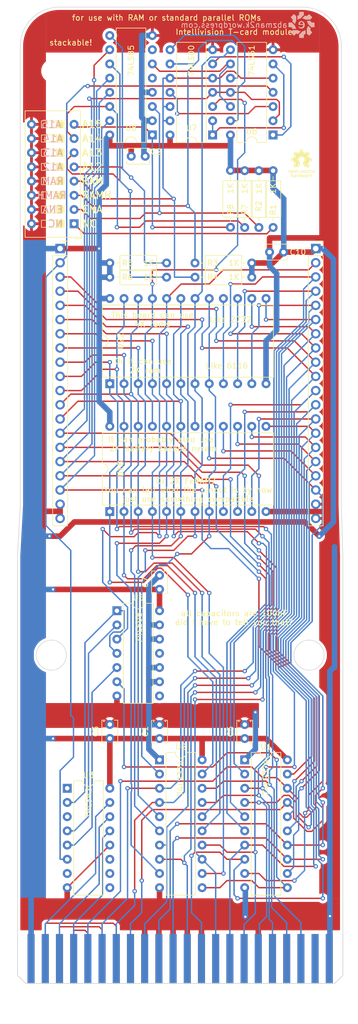
<source format=kicad_pcb>
(kicad_pcb (version 20211014) (generator pcbnew)
  (layers (0 "F.Cu" signal) (31 "B.Cu" signal) (34 "B.Paste" user) (35 "F.Paste" user) (36 "B.SilkS" user "B.Silkscreen") (37 "F.SilkS" user "F.Silkscreen") (38 "B.Mask" user) (39 "F.Mask" user) (44 "Edge.Cuts" user))
  (net 0 "")
  (net 1 "+5V")
  (net 2 "GND")
  (net 6 "d7")
  (net 8 "d8")
  (net 10 "d6")
  (net 12 "d9")
  (net 13 "d5")
  (net 15 "d10")
  (net 17 "d4")
  (net 19 "d11")
  (net 20 "d3")
  (net 21 "d12")
  (net 22 "d13")
  (net 23 "d2")
  (net 24 "d14")
  (net 26 "d1")
  (net 27 "Net-(J1-Pad32)")
  (net 28 "d0")
  (net 29 "Net-(J1-Pad34)")
  (net 30 "d15")
  (net 31 "Net-(J1-Pad36)")
  (net 32 "bdir")
  (net 33 "bc2")
  (net 34 "bc1")
  (net 35 "Net-(R1-Pad2)")
  (net 36 "/Rom Section Intellivision 1/ena")
  (net 37 "/Rom Section Intellivision 1/ramh")
  (net 38 "/Rom Section Intellivision 1/ram")
  (net 39 "Net-(R5-Pad2)")
  (net 40 "Net-(R6-Pad2)")
  (net 41 "Net-(R7-Pad2)")
  (net 42 "Net-(R8-Pad2)")
  (net 43 "Net-(U1-Pad11)")
  (net 44 "a8")
  (net 45 "a12")
  (net 46 "a9")
  (net 47 "a13")
  (net 48 "a10")
  (net 49 "a14")
  (net 50 "a11")
  (net 51 "a15")
  (net 52 "a0")
  (net 53 "a4")
  (net 54 "a1")
  (net 55 "a5")
  (net 56 "a2")
  (net 57 "a6")
  (net 58 "a3")
  (net 59 "a7")
  (net 62 "Net-(U3-Pad2)")
  (net 66 "Net-(U3-Pad4)")
  (net 67 "Net-(U3-Pad5)")
  (net 68 "/Rom Section Intellivision 1/DW")
  (net 70 "/Rom Section Intellivision 1/DWS or BAR")
  (net 71 "Net-(U6-Pad6)")
  (net 72 "Net-(U18-Pad18)")
  (net 73 "Net-(U18-Pad21)")
  (net 76 "Net-(U6-Pad1)")
  (net 77 "Net-(U6-Pad12)")
  (net 78 "Net-(U6-Pad3)")
  (net 79 "Net-(U6-Pad13)")
  (footprint "Resistor_THT:R_Axial_DIN0207_L6.3mm_D2.5mm_P10.16mm_Horizontal" (layer "F.Cu") (at 105.405 66.0825)
    (fp_text reference "R6")
    (fp_text value "1K")
  )
  (footprint "Resistor_THT:R_Axial_DIN0207_L6.3mm_D2.5mm_P10.16mm_Horizontal" (layer "F.Cu") (at 134.615 47.0325 -90)
    (fp_text reference "R1")
    (fp_text value "1K")
  )
  (footprint "Evan's misc parts:OSHW gear" (layer "F.Cu") (at 139.7 45.72)
    (fp_text reference "G***" hide)
    (fp_text value "LOGO" hide)
  )
  (footprint "Resistor_THT:R_Axial_DIN0207_L6.3mm_D2.5mm_P10.16mm_Horizontal" (layer "F.Cu") (at 132.075 47.0325 -90)
    (fp_text reference "R2")
    (fp_text value "1K")
  )
  (footprint "Capacitor_THT:C_Disc_D3.8mm_W2.6mm_P2.50mm" (layer "F.Cu") (at 109.24 44.45)
    (fp_text reference "C2")
    (fp_text value "100nF")
  )
  (footprint "Package_DIP:DIP-24_W15.24mm" (layer "F.Cu") (at 105.405 107.9925 90)
    (fp_text reference "U18")
    (fp_text value "2732")
  )
  (footprint "Capacitor_THT:C_Disc_D3.8mm_W2.6mm_P2.50mm" (layer "F.Cu") (at 129.54 148.59 90)
    (fp_text reference "C5")
    (fp_text value "100nF")
  )
  (footprint "Package_DIP:DIP-16_W7.62mm" (layer "F.Cu") (at 113.015 40.64 180)
    (fp_text reference "U8")
    (fp_text value "74LS85")
  )
  (footprint "Connector_PinSocket_2.54mm:PinSocket_1x20_P2.54mm_Vertical" (layer "F.Cu") (at 142.24 60.96)
    (fp_text reference "J2" hide)
    (fp_text value "Conn_01x20")
  )
  (footprint "Resistor_THT:R_Axial_DIN0207_L6.3mm_D2.5mm_P10.16mm_Horizontal" (layer "F.Cu") (at 130.805 63.5425 180)
    (fp_text reference "R3")
    (fp_text value "1K")
  )
  (footprint "Resistor_THT:R_Axial_DIN0207_L6.3mm_D2.5mm_P10.16mm_Horizontal" (layer "F.Cu") (at 130.805 66.0825 180)
    (fp_text reference "R4")
    (fp_text value "1K")
  )
  (footprint "MountingHole:MountingHole_3.2mm_M3" (layer "F.Cu") (at 95.25 29.21)
    (fp_text reference "REF**" hide)
    (fp_text value "MountingHole_3.2mm_M3")
  )
  (footprint "Package_DIP:DIP-24_W15.24mm" (layer "F.Cu") (at 105.41 85.1325 90)
    (fp_text reference "U22")
    (fp_text value "2732")
  )
  (footprint "MountingHole:MountingHole_3.2mm_M3" (layer "F.Cu") (at 140.335 29.21)
    (fp_text reference "REF**" hide)
    (fp_text value "MountingHole_3.2mm_M3")
  )
  (footprint "Capacitor_THT:C_Disc_D3.8mm_W2.6mm_P2.50mm" (layer "F.Cu") (at 105.41 148.57 90)
    (fp_text reference "C3")
    (fp_text value "100nF")
  )
  (footprint "Package_DIP:DIP-16_W7.62mm" (layer "F.Cu") (at 97.79 157.48)
    (fp_text reference "U3")
    (fp_text value "74LS42")
  )
  (footprint "Button_Switch_THT:SW_DIP_SPSTx08_Slide_9.78x22.5mm_W7.62mm_P2.54mm" (layer "F.Cu") (at 99.0175 56.525 180)
    (fp_text reference "SW1" hide)
    (fp_text value "SW_DIP_x08")
  )
  (footprint "Capacitor_THT:C_Disc_D3.8mm_W2.6mm_P2.50mm" (layer "F.Cu") (at 114.3 121.9 90)
    (fp_text reference "C7")
    (fp_text value "100nF")
  )
  (footprint "Package_DIP:DIP-20_W7.62mm" (layer "F.Cu") (at 114.3 152.4)
    (fp_text reference "U2")
    (fp_text value "74LS374")
  )
  (footprint "Resistor_THT:R_Axial_DIN0207_L6.3mm_D2.5mm_P10.16mm_Horizontal" (layer "F.Cu") (at 126.995 46.99 -90)
    (fp_text reference "R8")
    (fp_text value "1K")
  )
  (footprint "Package_DIP:DIP-20_W7.62mm" (layer "F.Cu") (at 129.54 152.4)
    (fp_text reference "U1")
    (fp_text value "74LS374")
  )
  (footprint "Package_DIP:DIP-14_W7.62mm" (layer "F.Cu") (at 134.605 40.645 180)
    (fp_text reference "U6")
    (fp_text value "74LS51")
  )
  (footprint "Capacitor_THT:C_Disc_D3.8mm_W2.6mm_P2.50mm" (layer "F.Cu") (at 114.3 148.59 90)
    (fp_text reference "C1")
    (fp_text value "100nF")
  )
  (footprint "Evan's misc parts:edge mounted 44 pin card edge connector (2x22 pin)" (layer "F.Cu") (at 88.9 183.54)
    (fp_text reference "J1" hide)
    (fp_text value "2x22 card edge connector")
    (fp_line (start 0 7.39) (end 0 0) (layer "Edge.Cuts") (width 0.12))
    (fp_line (start 0 7.39) (end 1.45 8.84) (layer "Edge.Cuts") (width 0.12))
    (fp_line (start 56.7414 8.84) (end 1.45 8.84) (layer "Edge.Cuts") (width 0.12))
    (fp_line (start 58.1914 7.39) (end 58.1914 0) (layer "Edge.Cuts") (width 0.12))
    (fp_line (start 58.1914 7.39) (end 56.7414 8.84) (layer "Edge.Cuts") (width 0.12))
  )
  (footprint "Capacitor_THT:C_Disc_D3.8mm_W2.6mm_P2.50mm" (layer "F.Cu") (at 136.485 61.595 180)
    (fp_text reference "C10")
    (fp_text value "100nF")
  )
  (footprint "Connector_PinSocket_2.54mm:PinSocket_1x20_P2.54mm_Vertical" (layer "F.Cu") (at 96.52 60.96)
    (fp_text reference "J3" hide)
    (fp_text value "Conn_01x20")
  )
  (footprint "Resistor_THT:R_Axial_DIN0207_L6.3mm_D2.5mm_P10.16mm_Horizontal" (layer "F.Cu") (at 105.405 63.5425)
    (fp_text reference "R5")
    (fp_text value "1K")
  )
  (footprint "Package_DIP:DIP-14_W7.62mm" (layer "F.Cu") (at 106.68 125.73)
    (fp_text reference "U5")
    (fp_text value "74LS08")
  )
  (footprint "Resistor_THT:R_Axial_DIN0207_L6.3mm_D2.5mm_P10.16mm_Horizontal" (layer "F.Cu") (at 129.535 47.0325 -90)
    (fp_text reference "R7")
    (fp_text value "1K")
  )
  (footprint "Package_DIP:DIP-14_W7.62mm" (layer "F.Cu") (at 123.8 40.645 180)
    (fp_text reference "U7")
    (fp_text value "74LS00")
  )
  (footprint "Evan's misc parts:Evan Logo" (layer "B.Cu") (at 139.7 20.955 180)
    (fp_text reference "G***" hide)
    (fp_text value "LOGO" hide)
  )
  (gr_line (start 89.394141 106.820859) (end 89.394141 24.765) (layer "Edge.Cuts") (width 0.1))
  (gr_line (start 147.0914 115.8562) (end 146.825859 106.820859) (layer "Edge.Cuts") (width 0.1))
  (gr_circle (center 94.94866 133.67) (end 97.63696 133.67) (layer "Edge.Cuts") (width 0.1) (fill none))
  (gr_arc (start 89.394141 24.765) (mid 91.44 19.825859) (end 96.379141 17.78) (layer "Edge.Cuts") (width 0.1))
  (gr_circle (center 141.04274 133.67) (end 143.73104 133.67) (layer "Edge.Cuts") (width 0.1) (fill none))
  (gr_line (start 88.9 115.8562) (end 89.394141 106.820859) (layer "Edge.Cuts") (width 0.1))
  (gr_line (start 88.9 183.54) (end 88.9 115.8562) (layer "Edge.Cuts") (width 0.1))
  (gr_line (start 146.825859 24.765) (end 146.825859 106.820859) (layer "Edge.Cuts") (width 0.1))
  (gr_line (start 96.379141 17.78) (end 139.840859 17.78) (layer "Edge.Cuts") (width 0.1))
  (gr_line (start 147.0914 183.54) (end 147.0914 115.8562) (layer "Edge.Cuts") (width 0.1))
  (gr_arc (start 139.840859 17.78) (mid 144.78 19.825859) (end 146.825859 24.765) (layer "Edge.Cuts") (width 0.1))
  (gr_text "RAMH" (at 97.79 51.435) (layer "B.SilkS") (effects (font (size 1.3 1.3) (thickness 0.2)) (justify left mirror)))
  (gr_text "A12" (at 97.155 46.355) (layer "B.SilkS") (effects (font (size 1.3 1.3) (thickness 0.2)) (justify left mirror)))
  (gr_text "ENA" (at 97.155 53.975) (layer "B.SilkS") (effects (font (size 1.3 1.3) (thickness 0.2)) (justify left mirror)))
  (gr_text "A14" (at 97.155 41.275) (layer "B.SilkS") (effects (font (size 1.3 1.3) (thickness 0.2)) (justify left mirror)))
  (gr_text "RAM" (at 97.285 48.895) (layer "B.SilkS") (effects (font (size 1.3 1.3) (thickness 0.2)) (justify left mirror)))
  (gr_text "abzman2k.wordpress.com" (at 127.635 20.955) (layer "B.SilkS") (effects (font (size 1 1)) (justify mirror)))
  (gr_text "A13" (at 97.155 43.815) (layer "B.SilkS") (effects (font (size 1.3 1.3) (thickness 0.2)) (justify left mirror)))
  (gr_text "A15" (at 96.903096 38.735) (layer "B.SilkS") (effects (font (size 1.3 1.3) (thickness 0.2)) (justify left mirror)))
  (gr_text "NC" (at 97.155 56.515) (layer "B.SilkS") (effects (font (size 1.3 1.3) (thickness 0.2)) (justify left mirror)))
  (gr_text "Like 6116" (at 126.365 81.915) (layer "F.SilkS") (effects (font (size 1 1))))
  (gr_text "for use with RAM or standard parallel ROMs" (at 115.57 19.685) (layer "F.SilkS") (effects (font (size 1 1))))
  (gr_text "A13" (at 100.33 43.815) (layer "F.SilkS") (effects (font (size 1.3 1.3) (thickness 0.2)) (justify left)))
  (gr_text "ENA" (at 100.33 53.975) (layer "F.SilkS") (effects (font (size 1.3 1.3) (thickness 0.2)) (justify left)))
  (gr_text "A15" (at 100.33 38.735) (layer "F.SilkS") (effects (font (size 1.3 1.3) (thickness 0.2)) (justify left)))
  (gr_text "Intellivision T-card module" (at 127.635 22.225) (layer "F.SilkS") (effects (font (size 1 1))))
  (gr_text "Like 2732" (at 127 73.66) (layer "F.SilkS") (effects (font (size 1 1))))
  (gr_text "A14" (at 100.33 41.275) (layer "F.SilkS") (effects (font (size 1.3 1.3) (thickness 0.2)) (justify left)))
  (gr_text "Or it can use \n2K ram" (at 111.76 81.915) (layer "F.SilkS") (effects (font (size 1 1))))
  (gr_text "all capacitors are 100nF\ndid I have to tell you that?" (at 127.635 127) (layer "F.SilkS") (effects (font (size 1 1))))
  (gr_text "A12" (at 100.33 46.355) (layer "F.SilkS") (effects (font (size 1.3 1.3) (thickness 0.2)) (justify left)))
  (gr_text "Or 2K FeRAM? \nYou can tell what the pinout is by now\njust use something compatible" (at 119.375 104.14) (layer "F.SilkS") (effects (font (size 1 1))))
  (gr_text "RAMH" (at 100.33 51.435) (layer "F.SilkS") (effects (font (size 1.3 1.3) (thickness 0.2)) (justify left)))
  (gr_text "stackable!" (at 98.425 24.13) (layer "F.SilkS") (effects (font (size 1 1))))
  (gr_text "NC" (at 100.33 56.515) (layer "F.SilkS") (effects (font (size 1.3 1.3) (thickness 0.2)) (justify left)))
  (gr_text "It can probably also use \n2K battery backed nvram" (at 114.935 95.885) (layer "F.SilkS") (effects (font (size 1 1))))
  (gr_text "This board can use\n4K roms" (at 113.03 73.66) (layer "F.SilkS") (effects (font (size 1 1))))
  (gr_text "RAM" (at 100.2 48.895) (layer "F.SilkS") (effects (font (size 1.3 1.3) (thickness 0.2)) (justify left)))
  (segment (start 126.985 40.645) (end 126.985 42.5775) (width 1) (layer "F.Cu") (net 1))
  (segment (start 109.1875 42.5775) (end 105.415 42.5775) (width 1) (layer "F.Cu") (net 1))
  (segment (start 116.18 42.5475) (end 116.21 42.5775) (width 1) (layer "F.Cu") (net 1))
  (segment (start 116.21 42.5775) (end 109.1875 42.5775) (width 1) (layer "F.Cu") (net 1))
  (segment (start 96.52 112.395) (end 94.615 112.395) (width 1) (layer "F.Cu") (net 1))
  (segment (start 130.805 63.5425) (end 134.5375 63.5425) (width 1) (layer "F.Cu") (net 1))
  (segment (start 140.335 109.855) (end 99.06 109.855) (width 1) (layer "F.Cu") (net 1))
  (segment (start 105.41 157.48) (end 105.41 148.59) (width 1) (layer "F.Cu") (net 1))
  (segment (start 105.395 40.64) (end 105.395 42.5575) (width 1) (layer "F.Cu") (net 1))
  (segment (start 105.395 42.5575) (end 105.415 42.5775) (width 1) (layer "F.Cu") (net 1))
  (segment (start 109.1875 42.5775) (end 109.24 42.63) (width 1) (layer "F.Cu") (net 1))
  (segment (start 114.3 148.59) (end 121.92 148.59) (width 1) (layer "F.Cu") (net 1))
  (segment (start 136.485 61.595) (end 141.605 61.595) (width 1) (layer "F.Cu") (net 1))
  (segment (start 121.27 42.5775) (end 116.21 42.5775) (width 1) (layer "F.Cu") (net 1))
  (segment (start 96.52 60.96) (end 103.505 60.96) (width 1) (layer "F.Cu") (net 1))
  (segment (start 137.16 152.4) (end 133.35 148.59) (width 1) (layer "F.Cu") (net 1))
  (segment (start 133.35 148.59) (end 129.54 148.59) (width 1) (layer "F.Cu") (net 1))
  (segment (start 121.92 148.59) (end 129.54 148.59) (width 1) (layer "F.Cu") (net 1))
  (segment (start 126.995 46.99) (end 134.615 46.99) (width 1) (layer "F.Cu") (net 1))
  (segment (start 116.18 40.645) (end 116.18 42.5475) (width 1) (layer "F.Cu") (net 1))
  (segment (start 99.06 109.855) (end 96.52 112.395) (width 1) (layer "F.Cu") (net 1))
  (segment (start 114.3 121.92) (end 114.3 125.73) (width 1) (layer "F.Cu") (net 1))
  (segment (start 142.875 112.395) (end 140.335 109.855) (width 1) (layer "F.Cu") (net 1))
  (segment (start 95.25 148.59) (end 105.41 148.59) (width 1) (layer "F.Cu") (net 1))
  (segment (start 121.92 152.4) (end 121.92 148.59) (width 1) (layer "F.Cu") (net 1))
  (segment (start 106.68 121.92) (end 114.3 121.92) (width 1) (layer "F.Cu") (net 1))
  (segment (start 126.985 42.5775) (end 121.27 42.5775) (width 1) (layer "F.Cu") (net 1))
  (segment (start 105.41 148.59) (end 114.3 148.59) (width 1) (layer "F.Cu") (net 1))
  (segment (start 141.605 61.595) (end 142.24 60.96) (width 1) (layer "F.Cu") (net 1))
  (segment (start 106.68 121.92) (end 95.25 121.92) (width 1) (layer "F.Cu") (net 1))
  (segment (start 109.24 42.63) (end 109.24 44.45) (width 1) (layer "F.Cu") (net 1))
  (segment (start 134.5375 63.5425) (end 136.485 61.595) (width 1) (layer "F.Cu") (net 1))
  (via (at 94.615 112.395) (size 0.8) (drill 0.4) (layers "F.Cu" "B.Cu") (net 1))
  (via (at 142.875 112.395) (size 0.8) (drill 0.4) (layers "F.Cu" "B.Cu") (net 1))
  (via (at 95.25 148.59) (size 0.8) (drill 0.4) (layers "F.Cu" "B.Cu") (net 1))
  (via (at 103.505 60.96) (size 0.8) (drill 0.4) (layers "F.Cu" "B.Cu") (net 1))
  (via (at 95.25 121.92) (size 0.8) (drill 0.4) (layers "F.Cu" "B.Cu") (net 1))
  (segment (start 103.5 63.5425) (end 103.5 50.8425) (width 1) (layer "B.Cu") (net 1))
  (segment (start 105.405 90.2125) (end 104.135 88.9425) (width 1) (layer "B.Cu") (net 1))
  (segment (start 103.5 66.0825) (end 103.5 69.2575) (width 1) (layer "B.Cu") (net 1))
  (segment (start 136.52 52.065) (end 136.52 59.06) (width 1) (layer "B.Cu") (net 1))
  (segment (start 134.615 50.16) (end 134.615 47.0325) (width 1) (layer "B.Cu") (net 1))
  (segment (start 105.405 63.5425) (end 105.405 66.0825) (width 1) (layer "B.Cu") (net 1))
  (segment (start 103.5 88.3075) (end 104.135 88.9425) (width 1) (layer "B.Cu") (net 1))
  (segment (start 105.405 66.0825) (end 103.5 66.0825) (width 1) (layer "B.Cu") (net 1))
  (segment (start 91.44 121.92) (end 95.25 121.92) (width 1) (layer "B.Cu") (net 1))
  (segment (start 91.3257 113.616402) (end 91.3257 122.0343) (width 1) (layer "B.Cu") (net 1))
  (segment (start 145.415 62.865) (end 145.415 109.855) (width 1) (layer "B.Cu") (net 1))
  (segment (start 103.5 69.2575) (end 103.5 88.3075) (width 1) (layer "B.Cu") (net 1))
  (segment (start 104.77 49.5725) (end 104.77 41.265) (width 1) (layer "B.Cu") (net 1))
  (segment (start 91.44 148.59) (end 95.25 148.59) (width 1) (layer "B.Cu") (net 1))
  (segment (start 105.405 63.5425) (end 103.5 63.5425) (width 1) (layer "B.Cu") (net 1))
  (segment (start 103.5 50.8425) (end 104.77 49.5725) (width 1) (layer "B.Cu") (net 1))
  (segment (start 96.52 60.96) (end 92.71 60.96) (width 1) (layer "B.Cu") (net 1))
  (segment (start 136.52 61.56) (end 136.485 61.595) (width 1) (layer "B.Cu") (net 1))
  (segment (start 94.615 112.395) (end 92.075 112.395) (width 1) (layer "B.Cu") (net 1))
  (segment (start 105.405 92.7525) (end 105.405 90.2125) (width 1) (layer "B.Cu") (net 1))
  (segment (start 91.44 148.59) (end 91.3257 148.7043) (width 1) (layer "B.Cu") (net 1))
  (segment (start 91.3257 122.0343) (end 91.3257 148.7043) (width 1) (layer "B.Cu") (net 1))
  (segment (start 104.77 41.265) (end 105.395 40.64) (width 1) (layer "B.Cu") (net 1))
  (segment (start 136.52 52.065) (end 134.615 50.16) (width 1) (layer "B.Cu") (net 1))
  (segment (start 103.5 69.2575) (end 103.5 69.8925) (width 1) (layer "B.Cu") (net 1))
  (segment (start 91.3257 148.7043) (end 91.3257 187.96) (width 1) (layer "B.Cu") (net 1))
  (segment (start 126.995 40.655) (end 126.985 40.645) (width 1) (layer "B.Cu") (net 1))
  (segment (start 145.415 109.855) (end 142.875 112.395) (width 1) (layer "B.Cu") (net 1))
  (segment (start 103.5 69.8925) (end 105.41 69.8925) (width 1) (layer "B.Cu") (net 1))
  (segment (start 142.24 60.96) (end 143.51 60.96) (width 1) (layer "B.Cu") (net 1))
  (segment (start 103.5 63.5425) (end 103.5 66.0825) (width 1) (layer "B.Cu") (net 1))
  (segment (start 126.995 46.99) (end 126.995 40.655) (width 1) (layer "B.Cu") (net 1))
  (segment (start 91.3257 122.0343) (end 91.44 121.92) (width 1) (layer "B.Cu") (net 1))
  (segment (start 130.805 63.5425) (end 130.805 66.0825) (width 1) (layer "B.Cu") (net 1))
  (segment (start 136.52 59.06) (end 136.52 61.56) (width 1) (layer "B.Cu") (net 1))
  (segment (start 143.51 60.96) (end 145.415 62.865) (width 1) (layer "B.Cu") (net 1))
  (segment (start 97.79 175.26) (end 97.79 180.34) (width 1) (layer "F.Cu") (net 2))
  (segment (start 112.395 145.495) (end 112.99 146.09) (width 1) (layer "F.Cu") (net 2))
  (segment (start 91.44 114.935) (end 91.44 121.92) (width 1) (layer "F.Cu") (net 2))
  (segment (start 133.345 107.9925) (end 144.7375 107.9925) (width 1) (layer "F.Cu") (net 2))
  (segment (start 91.4 146.09) (end 91.3257 146.1643) (width 1) (layer "F.Cu") (net 2))
  (segment (start 116.7257 180.6829) (end 116.9543 180.4543) (width 1) (layer "F.Cu") (net 2))
  (segment (start 91.3257 180.4543) (end 91.3257 146.1643) (width 1) (layer "F.Cu") (net 2))
  (segment (start 132.6007 180.4543) (end 144.6657 180.4543) (width 1) (layer "F.Cu") (net 2))
  (segment (start 114.4143 180.4543) (end 116.9543 180.4543) (width 1) (layer "F.Cu") (net 2))
  (segment (start 114.3 175.26) (end 114.3 180.5686) (width 1) (layer "F.Cu") (net 2))
  (segment (start 144.6657 180.4543) (end 144.78 180.34) (width 1) (layer "F.Cu") (net 2))
  (segment (start 96.52 107.95) (end 92.075 107.95) (width 1) (layer "F.Cu") (net 2))
  (segment (start 96.52 109.22) (end 96.52 107.95) (width 1) (layer "F.Cu") (net 2))
  (segment (start 97.79 146.09) (end 91.4 146.09) (width 1) (layer "F.Cu") (net 2))
  (segment (start 114.1857 187.96) (end 114.1857 180.6829) (width 1) (layer "F.Cu") (net 2))
  (segment (start 91.3257 187.96) (end 91.3257 180.4543) (width 1) (layer "F.Cu") (net 2))
  (segment (start 129.54 146.09) (end 121.96 146.09) (width 1) (layer "F.Cu") (net 2))
  (segment (start 134.0225 59.055) (end 144.78 59.055) (width 1) (layer "F.Cu") (net 2))
  (segment (start 129.6543 180.4543) (end 132.6007 180.4543) (width 1) (layer "F.Cu") (net 2))
  (segment (start 106.68 140.97) (end 106.68 146.05) (width 1) (layer "F.Cu") (net 2))
  (segment (start 116.7257 187.96) (end 116.7257 180.6829) (width 1) (layer "F.Cu") (net 2))
  (segment (start 131.445 146.05) (end 131.405 146.09) (width 1) (layer "F.Cu") (net 2))
  (segment (start 91.3257 146.1643) (end 91.3257 122.0343) (width 1) (layer "F.Cu") (net 2))
  (segment (start 121.8057 187.96) (end 121.8057 180.4543) (width 1) (layer "F.Cu") (net 2))
  (segment (start 119.2657 187.96) (end 119.2657 180.4543) (width 1) (layer "F.Cu") (net 2))
  (segment (start 111.6457 187.96) (end 111.6457 180.4543) (width 1) (layer "F.Cu") (net 2))
  (segment (start 131.445 143.891) (end 131.445 146.05) (width 1) (layer "F.Cu") (net 2))
  (segment (start 97.6757 180.4543) (end 111.6457 180.4543) (width 1) (layer "F.Cu") (net 2))
  (segment (start 121.8057 180.4543) (end 129.6543 180.4543) (width 1) (layer "F.Cu") (net 2))
  (segment (start 114.3 135.89) (end 112.395 135.89) (width 1) (layer "F.Cu") (net 2))
  (segment (start 106.68 146.05) (end 106.72 146.09) (width 1) (layer "F.Cu") (net 2))
  (segment (start 121.96 146.09) (end 114.3 146.09) (width 1) (layer "F.Cu") (net 2))
  (segment (start 91.3257 180.4543) (end 97.6757 180.4543) (width 1) (layer "F.Cu") (net 2))
  (segment (start 114.3 180.5686) (end 114.1857 180.6829) (width 1) (layer "F.Cu") (net 2))
  (segment (start 133.98 59.0975) (end 133.978469 59.099031) (width 1) (layer "F.Cu") (net 2))
  (segment (start 106.72 146.09) (end 97.79 146.09) (width 1) (layer "F.Cu") (net 2))
  (segment (start 116.9543 180.4543) (end 119.2657 180.4543) (width 1) (layer "F.Cu") (net 2))
  (segment (start 97.79 180.34) (end 97.6757 180.4543) (width 1) (layer "F.Cu") (net 2))
  (segment (start 112.395 135.89) (end 112.395 145.495) (width 1) (layer "F.Cu") (net 2))
  (segment (start 114.1857 180.6829) (end 114.4143 180.4543) (width 1) (layer "F.Cu") (net 2))
  (segment (start 131.9657 181.0893) (end 132.6007 180.4543) (width 1) (layer "F.Cu") (net 2))
  (segment (start 131.9657 187.96) (end 131.9657 181.0893) (width 1) (layer "F.Cu") (net 2))
  (segment (start 91.3257 122.0343) (end 91.44 121.92) (width 1) (layer "F.Cu") (net 2))
  (segment (start 131.405 146.09) (end 129.54 146.09) (width 1) (layer "F.Cu") (net 2))
  (segment (start 119.2657 180.4543) (end 121.8057 180.4543) (width 1) (layer "F.Cu") (net 2))
  (segment (start 133.98 61.6375) (end 133.98 59.0975) (width 1) (layer "F.Cu") (net 2))
  (segment (start 114.3 146.09) (end 112.99 146.09) (width 1) (layer "F.Cu") (net 2))
  (segment (start 112.99 146.09) (end 106.72 146.09) (width 1) (layer "F.Cu") (net 2))
  (segment (start 133.978469 59.099031) (end 134.0225 59.055) (width 1) (layer "F.Cu") (net 2))
  (segment (start 105.41 167.64) (end 97.79 175.26) (width 0.25) (layer "F.Cu") (net 2))
  (segment (start 111.6457 180.4543) (end 114.4143 180.4543) (width 1) (layer "F.Cu") (net 2))
  (segment (start 96.52 107.95) (end 96.52 106.68) (width 1) (layer "F.Cu") (net 2))
  (via (at 129.6543 180.4543) (size 0.8) (drill 0.4) (layers "F.Cu" "B.Cu") (net 2))
  (via (at 131.445 143.891) (size 0.8) (drill 0.4) (layers "F.Cu" "B.Cu") (net 2))
  (via (at 144.78 180.34) (size 0.8) (drill 0.4) (layers "F.Cu" "B.Cu") (net 2))
  (segment (start 144.78 136.525) (end 144.78 180.34) (width 1) (layer "B.Cu") (net 2))
  (segment (start 113.03 138.43) (end 112.395 139.065) (width 1) (layer "B.Cu") (net 2))
  (segment (start 111.515489 44.225489) (end 111.74 44.45) (width 1) (layer "B.Cu") (net 2))
  (segment (start 113.015 38.1) (end 111.7125 38.1) (width 1) (layer "B.Cu") (net 2))
  (segment (start 113.015 33.02) (end 111.1625 33.02) (width 1) (layer "B.Cu") (net 2))
  (segment (start 111.12 33.0625) (end 111.12 37.5075) (width 1) (layer "B.Cu") (net 2))
  (segment (start 133.985 64.135) (end 133.985 61.595) (width 1) (layer "B.Cu") (net 2))
  (segment (start 111.7125 38.1) (end 111.12 37.5075) (width 1) (layer "B.Cu") (net 2))
  (segment (start 131.445 143.891) (end 131.445 150.495) (width 1) (layer "B.Cu") (net 2))
  (segment (start 145.60452 135.89) (end 145.415 135.89) (width 1) (layer "B.Cu") (net 2))
  (segment (start 133.35 85.1325) (end 133.35 77.47) (width 1) (layer "B.Cu") (net 2))
  (segment (start 114.3 130.81) (end 112.395 130.81) (width 1) (layer "B.Cu") (net 2))
  (segment (start 111.515489 38.468141) (end 111.515489 44.225489) (width 1) (layer "B.Cu") (net 2))
  (segment (start 145.415 135.89) (end 144.78 136.525) (width 1) (layer "B.Cu") (net 2))
  (segment (start 144.78 187.8457) (end 144.6657 187.96) (width 1) (layer "B.Cu") (net 2))
  (segment (start 129.6543 175.3743) (end 129.54 175.26) (width 1) (layer "B.Cu") (net 2))
  (segment (start 129.54 152.4) (end 131.445 150.495) (width 1) (layer "B.Cu") (net 2))
  (segment (start 113.015 22.86) (end 111.1625 22.86) (width 1) (layer "B.Cu") (net 2))
  (segment (start 145.60452 114.3) (end 145.60452 135.89) (width 1) (layer "B.Cu") (net 2))
  (segment (start 135.25 75.57) (end 135.25 65.4) (width 1) (layer "B.Cu") (net 2))
  (segment (start 114.3 138.43) (end 113.03 138.43) (width 1) (layer "B.Cu") (net 2))
  (segment (start 135.25 65.4) (end 133.985 64.135) (width 1) (layer "B.Cu") (net 2))
  (segment (start 112.395 130.81) (end 112.395 135.89) (width 1) (layer "B.Cu") (net 2))
  (segment (start 112.435 146.09) (end 112.395 146.05) (width 1) (layer "B.Cu") (net 2))
  (segment (start 113.015 38.1) (end 111.88363 38.1) (width 1) (layer "B.Cu") (net 2))
  (segment (start 111.1625 22.86) (end 111.12 22.9025) (width 1) (layer "B.Cu") (net 2))
  (segment (start 112.395 150.495) (end 112.395 146.05) (width 1) (layer "B.Cu") (net 2))
  (segment (start 144.78 180.34) (end 144.78 187.8457) (width 1) (layer "B.Cu") (net 2))
  (segment (start 111.88363 38.1) (end 111.515489 38.468141) (width 1) (layer "B.Cu") (net 2))
  (segment (start 111.12 22.9025) (end 111.12 33.0625) (width 1) (layer "B.Cu") (net 2))
  (segment (start 112.395 139.065) (end 112.395 146.05) (width 1) (layer "B.Cu") (net 2))
  (segment (start 112.395 135.89) (end 112.395 139.065) (width 1) (layer "B.Cu") (net 2))
  (segment (start 114.3 146.09) (end 112.435 146.09) (width 1) (layer "B.Cu") (net 2))
  (segment (start 129.6543 180.4543) (end 129.6543 175.3743) (width 1) (layer "B.Cu") (net 2))
  (segment (start 114.3 152.4) (end 112.395 150.495) (width 1) (layer "B.Cu") (net 2))
  (segment (start 114.3 119.4) (end 112.395 121.305) (width 1) (layer "B.Cu") (net 2))
  (segment (start 114.3 128.27) (end 112.395 128.27) (width 1) (layer "B.Cu") (net 2))
  (segment (start 133.35 77.47) (end 135.25 75.57) (width 1) (layer "B.Cu") (net 2))
  (segment (start 114.3 135.89) (end 112.395 135.89) (width 1) (layer "B.Cu") (net 2))
  (segment (start 112.395 128.27) (end 112.395 130.81) (width 1) (layer "B.Cu") (net 2))
  (segment (start 112.395 121.305) (end 112.395 128.27) (width 1) (layer "B.Cu") (net 2))
  (segment (start 111.1625 33.02) (end 111.12 33.0625) (width 1) (layer "B.Cu") (net 2))
  (segment (start 137.16 78.74) (end 121.92 78.74) (width 0.25) (layer "F.Cu") (net 6))
  (segment (start 124.46 157.48) (end 125.73 156.21) (width 0.25) (layer "F.Cu") (net 6))
  (segment (start 125.73 156.21) (end 133.35 156.21) (width 0.25) (layer "F.Cu") (net 6))
  (segment (start 133.35 156.21) (end 133.985 156.845) (width 0.25) (layer "F.Cu") (net 6))
  (segment (start 121.92 157.48) (end 124.46 157.48) (width 0.25) (layer "F.Cu") (net 6))
  (segment (start 142.24 83.82) (end 137.16 78.74) (width 0.25) (layer "F.Cu") (net 6))
  (via (at 133.985 156.845) (size 0.8) (drill 0.4) (layers "F.Cu" "B.Cu") (net 6))
  (via (at 121.92 78.74) (size 0.8) (drill 0.4) (layers "F.Cu" "B.Cu") (net 6))
  (segment (start 121.92 76.2) (end 123.19 74.93) (width 0.25) (layer "B.Cu") (net 6))
  (segment (start 137.918849 126.235409) (end 137.918849 88.141151) (width 0.25) (layer "B.Cu") (net 6))
  (segment (start 133.985 154.305) (end 134.530489 153.759511) (width 0.25) (layer "B.Cu") (net 6))
  (segment (start 133.985 156.845) (end 133.985 154.305) (width 0.25) (layer "B.Cu") (net 6))
  (segment (start 137.918849 88.141151) (end 142.24 83.82) (width 0.25) (layer "B.Cu") (net 6))
  (segment (start 139.5857 181.4957) (end 139.5857 187.96) (width 0.25) (layer "B.Cu") (net 6))
  (segment (start 134.80548 157.66548) (end 134.80548 176.71548) (width 0.25) (layer "B.Cu") (net 6))
  (segment (start 134.198842 129.955417) (end 137.918849 126.235409) (width 0.25) (layer "B.Cu") (net 6))
  (segment (start 134.80548 176.71548) (end 139.5857 181.4957) (width 0.25) (layer "B.Cu") (net 6))
  (segment (start 133.985 156.845) (end 134.80548 157.66548) (width 0.25) (layer "B.Cu") (net 6))
  (segment (start 123.19 74.93) (end 123.19 69.8925) (width 0.25) (layer "B.Cu") (net 6))
  (segment (start 134.198842 136.946158) (end 134.198842 129.955417) (width 0.25) (layer "B.Cu") (net 6))
  (segment (start 134.530489 153.759511) (end 134.530489 137.277805) (width 0.25) (layer "B.Cu") (net 6))
  (segment (start 134.530489 137.277805) (end 134.198842 136.946158) (width 0.25) (layer "B.Cu") (net 6))
  (segment (start 121.92 78.74) (end 121.92 76.2) (width 0.25) (layer "B.Cu") (net 6))
  (segment (start 138.43 153.67) (end 133.35 153.67) (width 0.25) (layer "F.Cu") (net 8))
  (segment (start 139.7 88.9) (end 142.24 86.36) (width 0.25) (layer "F.Cu") (net 8))
  (segment (start 127 88.9) (end 139.7 88.9) (width 0.25) (layer "F.Cu") (net 8))
  (segment (start 129.54 157.48) (end 132.715 157.48) (width 0.25) (layer "F.Cu") (net 8))
  (via (at 138.43 153.67) (size 0.8) (drill 0.4) (layers "F.Cu" "B.Cu") (net 8))
  (via (at 133.35 153.67) (size 0.8) (drill 0.4) (layers "F.Cu" "B.Cu") (net 8))
  (via (at 127 88.9) (size 0.8) (drill 0.4) (layers "F.Cu" "B.Cu") (net 8))
  (via (at 132.715 157.48) (size 0.8) (drill 0.4) (layers "F.Cu" "B.Cu") (net 8))
  (segment (start 134.648362 136.558387) (end 134.648362 130.141614) (width 0.25) (layer "B.Cu") (net 8))
  (segment (start 134.35596 159.12096) (end 134.35596 178.80596) (width 0.25) (layer "B.Cu") (net 8))
  (segment (start 125.725 101.605) (end 127 100.33) (width 0.25) (layer "B.Cu") (net 8))
  (segment (start 132.715 157.48) (end 132.715 155.575) (width 0.25) (layer "B.Cu") (net 8))
  (segment (start 132.715 155.575) (end 133.35 154.94) (width 0.25) (layer "B.Cu") (net 8))
  (segment (start 134.35596 178.80596) (end 137.0457 181.4957) (width 0.25) (layer "B.Cu") (net 8))
  (segment (start 138.43 140.340026) (end 134.648362 136.558387) (width 0.25) (layer "B.Cu") (net 8))
  (segment (start 138.368369 126.421607) (end 138.368369 90.231631) (width 0.25) (layer "B.Cu") (net 8))
  (segment (start 138.368369 90.231631) (end 142.24 86.36) (width 0.25) (layer "B.Cu") (net 8))
  (segment (start 125.725 107.9925) (end 125.725 101.605) (width 0.25) (layer "B.Cu") (net 8))
  (segment (start 138.43 153.67) (end 138.43 140.340026) (width 0.25) (layer "B.Cu") (net 8))
  (segment (start 133.35 154.94) (end 133.35 153.67) (width 0.25) (layer "B.Cu") (net 8))
  (segment (start 134.648362 130.141614) (end 138.368369 126.421607) (width 0.25) (layer "B.Cu") (net 8))
  (segment (start 137.0457 181.4957) (end 137.0457 187.96) (width 0.25) (layer "B.Cu") (net 8))
  (segment (start 132.715 157.48) (end 134.35596 159.12096) (width 0.25) (layer "B.Cu") (net 8))
  (segment (start 127 100.33) (end 127 88.9) (width 0.25) (layer "B.Cu") (net 8))
  (segment (start 121.92 160.02) (end 124.46 160.02) (width 0.25) (layer "F.Cu") (net 10))
  (segment (start 142.24 81.28) (end 138.43 77.47) (width 0.25) (layer "F.Cu") (net 10))
  (segment (start 125.73 158.75) (end 132.08 158.75) (width 0.25) (layer "F.Cu") (net 10))
  (segment (start 124.46 160.02) (end 125.73 158.75) (width 0.25) (layer "F.Cu") (net 10))
  (segment (start 138.43 77.47) (end 124.46 77.47) (width 0.25) (layer "F.Cu") (net 10))
  (via (at 132.08 158.75) (size 0.8) (drill 0.4) (layers "F.Cu" "B.Cu") (net 10))
  (via (at 124.46 77.47) (size 0.8) (drill 0.4) (layers "F.Cu" "B.Cu") (net 10))
  (segment (start 137.469329 126.049211) (end 137.469329 86.050671) (width 0.25) (layer "B.Cu") (net 10))
  (segment (start 133.921495 152.073173) (end 133.921495 137.567851) (width 0.25) (layer "B.Cu") (net 10))
  (segment (start 132.08 158.75) (end 133.90644 160.57644) (width 0.25) (layer "B.Cu") (net 10))
  (segment (start 133.90644 160.57644) (end 133.90644 180.89644) (width 0.25) (layer "B.Cu") (net 10))
  (segment (start 133.921495 137.567851) (end 133.749322 137.395678) (width 0.25) (layer "B.Cu") (net 10))
  (segment (start 137.469329 86.050671) (end 142.24 81.28) (width 0.25) (layer "B.Cu") (net 10))
  (segment (start 134.5057 181.4957) (end 134.5057 187.96) (width 0.25) (layer "B.Cu") (net 10))
  (segment (start 132.08 158.75) (end 131.990489 158.660489) (width 0.25) (layer "B.Cu") (net 10))
  (segment (start 125.73 74.93) (end 124.46 76.2) (width 0.25) (layer "B.Cu") (net 10))
  (segment (start 133.90644 180.89644) (end 134.5057 181.4957) (width 0.25) (layer "B.Cu") (net 10))
  (segment (start 133.749322 129.769219) (end 137.469329 126.049211) (width 0.25) (layer "B.Cu") (net 10))
  (segment (start 125.73 69.8925) (end 125.73 74.93) (width 0.25) (layer "B.Cu") (net 10))
  (segment (start 133.749322 137.395678) (end 133.749322 129.769219) (width 0.25) (layer "B.Cu") (net 10))
  (segment (start 131.990489 154.004179) (end 133.921495 152.073173) (width 0.25) (layer "B.Cu") (net 10))
  (segment (start 131.990489 158.660489) (end 131.990489 154.004179) (width 0.25) (layer "B.Cu") (net 10))
  (segment (start 124.46 77.47) (end 124.46 76.2) (width 0.25) (layer "B.Cu") (net 10))
  (segment (start 135.255 160.02) (end 129.54 160.02) (width 0.25) (layer "F.Cu") (net 12))
  (segment (start 138.734031 160.003731) (end 137.4803 158.75) (width 0.25) (layer "F.Cu") (net 12))
  (segment (start 129.54 90.17) (end 140.97 90.17) (width 0.25) (layer "F.Cu") (net 12))
  (segment (start 136.525 158.75) (end 135.255 160.02) (width 0.25) (layer "F.Cu") (net 12))
  (segment (start 138.734031 162.229031) (end 138.734031 160.003731) (width 0.25) (layer "F.Cu") (net 12))
  (segment (start 140.97 90.17) (end 142.24 88.9) (width 0.25) (layer "F.Cu") (net 12))
  (segment (start 137.4803 158.75) (end 136.525 158.75) (width 0.25) (layer "F.Cu") (net 12))
  (segment (start 140.97 164.465) (end 138.734031 162.229031) (width 0.25) (layer "F.Cu") (net 12))
  (via (at 140.97 164.465) (size 0.8) (drill 0.4) (layers "F.Cu" "B.Cu") (net 12))
  (via (at 132.08 160.02) (size 0.8) (drill 0.4) (layers "F.Cu" "B.Cu") (net 12))
  (via (at 129.54 90.17) (size 0.8) (drill 0.4) (layers "F.Cu" "B.Cu") (net 12))
  (segment (start 138.817889 92.322111) (end 138.817889 126.607805) (width 0.25) (layer "B.Cu") (net 12))
  (segment (start 141.436929 161.75908) (end 141.436929 163.998071) (width 0.25) (layer "B.Cu") (net 12))
  (segment (start 128.265 101.605) (end 129.54 100.33) (width 0.25) (layer "B.Cu") (net 12))
  (segment (start 140.537889 160.86004) (end 141.436929 161.75908) (width 0.25) (layer "B.Cu") (net 12))
  (segment (start 141.436929 163.998071) (end 140.97 164.465) (width 0.25) (layer "B.Cu") (net 12))
  (segment (start 132.08 160.02) (end 132.714282 160.02) (width 0.25) (layer "B.Cu") (net 12))
  (segment (start 129.54 100.33) (end 129.54 90.17) (width 0.25) (layer "B.Cu") (net 12))
  (segment (start 135.09788 136.372188) (end 140.537889 141.812197) (width 0.25) (layer "B.Cu") (net 12))
  (segment (start 128.265 107.9925) (end 128.265 101.605) (width 0.25) (layer "B.Cu") (net 12))
  (segment (start 133.45692 180.412102) (end 132.169511 181.699511) (width 0.25) (layer "B.Cu") (net 12))
  (segment (start 133.45692 160.762638) (end 133.45692 180.412102) (width 0.25) (layer "B.Cu") (net 12))
  (segment (start 132.169511 187.756189) (end 131.9657 187.96) (width 0.25) (layer "B.Cu") (net 12))
  (segment (start 140.537889 141.812197) (end 140.537889 157.682889) (width 0.25) (layer "B.Cu") (net 12))
  (segment (start 132.714282 160.02) (end 133.45692 160.762638) (width 0.25) (layer "B.Cu") (net 12))
  (segment (start 138.817889 126.607805) (end 135.097881 130.327815) (width 0.25) (layer "B.Cu") (net 12))
  (segment (start 140.537889 157.682889) (end 140.537889 160.86004) (width 0.25) (layer "B.Cu") (net 12))
  (segment (start 142.24 88.9) (end 138.817889 92.322111) (width 0.25) (layer "B.Cu") (net 12))
  (segment (start 135.097881 130.327815) (end 135.09788 136.372188) (width 0.25) (layer "B.Cu") (net 12))
  (segment (start 132.169511 181.699511) (end 132.169511 187.756189) (width 0.25) (layer "B.Cu") (net 12))
  (segment (start 126.365 168.91) (end 125.095 167.64) (width 0.25) (layer "F.Cu") (net 13))
  (segment (start 131.445 168.91) (end 126.365 168.91) (width 0.25) (layer "F.Cu") (net 13))
  (segment (start 139.7 76.2) (end 127 76.2) (width 0.25) (layer "F.Cu") (net 13))
  (segment (start 142.24 78.74) (end 139.7 76.2) (width 0.25) (layer "F.Cu") (net 13))
  (segment (start 125.095 167.64) (end 121.92 167.64) (width 0.25) (layer "F.Cu") (net 13))
  (via (at 131.445 168.91) (size 0.8) (drill 0.4) (layers "F.Cu" "B.Cu") (net 13))
  (via (at 127 76.2) (size 0.8) (drill 0.4) (layers "F.Cu" "B.Cu") (net 13))
  (segment (start 129.4257 181.848948) (end 129.4257 187.96) (width 0.25) (layer "B.Cu") (net 13))
  (segment (start 131.355489 154.003461) (end 133.471975 151.886975) (width 0.25) (layer "B.Cu") (net 13))
  (segment (start 131.445 179.829647) (end 129.4257 181.848948) (width 0.25) (layer "B.Cu") (net 13))
  (segment (start 137.019809 83.960191) (end 142.24 78.74) (width 0.25) (layer "B.Cu") (net 13))
  (segment (start 133.471975 151.886975) (end 133.471975 137.916975) (width 0.25) (layer "B.Cu") (net 13))
  (segment (start 137.019809 125.863013) (end 137.019809 83.960191) (width 0.25) (layer "B.Cu") (net 13))
  (segment (start 131.445 168.91) (end 131.445 179.829647) (width 0.25) (layer "B.Cu") (net 13))
  (segment (start 128.27 74.93) (end 127 76.2) (width 0.25) (layer "B.Cu") (net 13))
  (segment (start 128.27 69.8925) (end 128.27 74.93) (width 0.25) (layer "B.Cu") (net 13))
  (segment (start 131.355489 168.820489) (end 131.355489 154.003461) (width 0.25) (layer "B.Cu") (net 13))
  (segment (start 133.299802 137.744802) (end 133.299802 129.583021) (width 0.25) (layer "B.Cu") (net 13))
  (segment (start 131.445 168.91) (end 131.355489 168.820489) (width 0.25) (layer "B.Cu") (net 13))
  (segment (start 133.471975 137.916975) (end 133.299802 137.744802) (width 0.25) (layer "B.Cu") (net 13))
  (segment (start 133.299802 129.583021) (end 137.019809 125.863013) (width 0.25) (layer "B.Cu") (net 13))
  (segment (start 129.54 167.64) (end 132.738722 167.64) (width 0.25) (layer "F.Cu") (net 15))
  (segment (start 132.738722 167.64) (end 136.548722 171.45) (width 0.25) (layer "F.Cu") (net 15))
  (segment (start 136.548722 171.45) (end 142.24 171.45) (width 0.25) (layer "F.Cu") (net 15))
  (segment (start 132.08 91.44) (end 142.24 91.44) (width 0.25) (layer "F.Cu") (net 15))
  (via (at 132.08 91.44) (size 0.8) (drill 0.4) (layers "F.Cu" "B.Cu") (net 15))
  (via (at 142.24 171.45) (size 0.8) (drill 0.4) (layers "F.Cu" "B.Cu") (net 15))
  (segment (start 141.886449 161.572884) (end 140.987409 160.673843) (width 0.25) (layer "B.Cu") (net 15))
  (segment (start 139.267409 94.412591) (end 142.24 91.44) (width 0.25) (layer "B.Cu") (net 15))
  (segment (start 126.8857 170.2943) (end 126.8857 187.96) (width 0.25) (layer "B.Cu") (net 15))
  (segment (start 140.987409 141.625999) (end 135.5474 136.18599) (width 0.25) (layer "B.Cu") (net 15))
  (segment (start 135.547401 130.514012) (end 139.267409 126.794002) (width 0.25) (layer "B.Cu") (net 15))
  (segment (start 130.805 101.605) (end 132.08 100.33) (width 0.25) (layer "B.Cu") (net 15))
  (segment (start 141.886449 171.096449) (end 141.886449 161.572884) (width 0.25) (layer "B.Cu") (net 15))
  (segment (start 139.267409 126.794002) (end 139.267409 94.412591) (width 0.25) (layer "B.Cu") (net 15))
  (segment (start 132.08 100.33) (end 132.08 91.44) (width 0.25) (layer "B.Cu") (net 15))
  (segment (start 129.54 167.64) (end 126.8857 170.2943) (width 0.25) (layer "B.Cu") (net 15))
  (segment (start 142.24 171.45) (end 141.886449 171.096449) (width 0.25) (layer "B.Cu") (net 15))
  (segment (start 135.5474 136.18599) (end 135.547401 130.514012) (width 0.25) (layer "B.Cu") (net 15))
  (segment (start 140.987409 160.673843) (end 140.987409 141.625999) (width 0.25) (layer "B.Cu") (net 15))
  (segment (start 130.805 107.9925) (end 130.805 101.605) (width 0.25) (layer "B.Cu") (net 15))
  (segment (start 140.97 74.93) (end 130.81 74.93) (width 0.25) (layer "F.Cu") (net 17))
  (segment (start 120.65 141.605) (end 132.715 141.605) (width 0.25) (layer "F.Cu") (net 17))
  (segment (start 142.24 76.2) (end 140.97 74.93) (width 0.25) (layer "F.Cu") (net 17))
  (via (at 130.81 74.93) (size 0.8) (drill 0.4) (layers "F.Cu" "B.Cu") (net 17))
  (via (at 132.715 141.605) (size 0.8) (drill 0.4) (layers "F.Cu" "B.Cu") (net 17))
  (via (at 120.65 141.605) (size 0.8) (drill 0.4) (layers "F.Cu" "B.Cu") (net 17))
  (segment (start 130.81 69.8925) (end 130.81 74.93) (width 0.25) (layer "B.Cu") (net 17))
  (segment (start 120.65 168.91) (end 120.65 141.605) (width 0.25) (layer "B.Cu") (net 17))
  (segment (start 124.3457 172.6057) (end 121.92 170.18) (width 0.25) (layer "B.Cu") (net 17))
  (segment (start 136.570289 81.869711) (end 136.570289 125.676815) (width 0.25) (layer "B.Cu") (net 17))
  (segment (start 124.3457 187.96) (end 124.3457 172.6057) (width 0.25) (layer "B.Cu") (net 17))
  (segment (start 132.850282 129.396823) (end 132.850282 141.469718) (width 0.25) (layer "B.Cu") (net 17))
  (segment (start 132.850282 141.469718) (end 132.715 141.605) (width 0.25) (layer "B.Cu") (net 17))
  (segment (start 121.92 170.18) (end 120.65 168.91) (width 0.25) (layer "B.Cu") (net 17))
  (segment (start 136.570289 125.676815) (end 132.850282 129.396823) (width 0.25) (layer "B.Cu") (net 17))
  (segment (start 142.24 76.2) (end 136.570289 81.869711) (width 0.25) (layer "B.Cu") (net 17))
  (segment (start 133.345 92.7525) (end 141.0125 92.7525) (width 0.25) (layer "F.Cu") (net 19))
  (segment (start 141.0125 92.7525) (end 142.24 93.98) (width 0.25) (layer "F.Cu") (net 19))
  (segment (start 126.365 170.18) (end 129.54 170.18) (width 0.25) (layer "F.Cu") (net 19))
  (segment (start 143.51 177.165) (end 128.27 177.165) (width 0.25) (layer "F.Cu") (net 19))
  (segment (start 120.015 169.545) (end 120.65 168.91) (width 0.25) (layer "F.Cu") (net 19))
  (segment (start 125.095 168.91) (end 126.365 170.18) (width 0.25) (layer "F.Cu") (net 19))
  (segment (start 120.65 168.91) (end 125.095 168.91) (width 0.25) (layer "F.Cu") (net 19))
  (via (at 120.015 169.545) (size 0.8) (drill 0.4) (layers "F.Cu" "B.Cu") (net 19))
  (via (at 128.27 177.165) (size 0.8) (drill 0.4) (layers "F.Cu" "B.Cu") (net 19))
  (via (at 143.51 177.165) (size 0.8) (drill 0.4) (layers "F.Cu" "B.Cu") (net 19))
  (segment (start 142.335969 161.386687) (end 141.436929 160.487646) (width 0.25) (layer "B.Cu") (net 19))
  (segment (start 143.51 171.204614) (end 142.335969 170.030583) (width 0.25) (layer "B.Cu") (net 19))
  (segment (start 135.99692 135.999792) (end 135.99692 130.700211) (width 0.25) (layer "B.Cu") (net 19))
  (segment (start 121.8057 181.4957) (end 120.015 179.705) (width 0.25) (layer "B.Cu") (net 19))
  (segment (start 142.335969 170.030583) (end 142.335969 161.386687) (width 0.25) (layer "B.Cu") (net 19))
  (segment (start 135.99692 130.700211) (end 139.716929 126.980199) (width 0.25) (layer "B.Cu") (net 19))
  (segment (start 120.015 179.705) (end 120.015 169.545) (width 0.25) (layer "B.Cu") (net 19))
  (segment (start 143.51 177.165) (end 143.51 171.204614) (width 0.25) (layer "B.Cu") (net 19))
  (segment (start 141.436929 141.439801) (end 135.99692 135.999792) (width 0.25) (layer "B.Cu") (net 19))
  (segment (start 127.635 176.53) (end 127.635 172.085) (width 0.25) (layer "B.Cu") (net 19))
  (segment (start 141.436929 160.487646) (end 141.436929 141.439801) (width 0.25) (layer "B.Cu") (net 19))
  (segment (start 128.27 177.165) (end 127.635 176.53) (width 0.25) (layer "B.Cu") (net 19))
  (segment (start 121.8057 187.96) (end 121.8057 181.4957) (width 0.25) (layer "B.Cu") (net 19))
  (segment (start 127.635 172.085) (end 129.54 170.18) (width 0.25) (layer "B.Cu") (net 19))
  (segment (start 139.716929 126.980199) (end 139.716929 96.503071) (width 0.25) (layer "B.Cu") (net 19))
  (segment (start 139.716929 96.503071) (end 142.24 93.98) (width 0.25) (layer "B.Cu") (net 19))
  (segment (start 118.11 170.18) (end 114.3 170.18) (width 0.25) (layer "F.Cu") (net 20))
  (segment (start 131.445 140.335) (end 120.65 140.335) (width 0.25) (layer "F.Cu") (net 20))
  (segment (start 118.11 170.18) (end 118.745 170.815) (width 0.25) (layer "F.Cu") (net 20))
  (segment (start 133.35 73.66) (end 142.24 73.66) (width 0.25) (layer "F.Cu") (net 20))
  (via (at 131.445 140.335) (size 0.8) (drill 0.4) (layers "F.Cu" "B.Cu") (net 20))
  (via (at 118.745 170.815) (size 0.8) (drill 0.4) (layers "F.Cu" "B.Cu") (net 20))
  (via (at 133.35 73.66) (size 0.8) (drill 0.4) (layers "F.Cu" "B.Cu") (net 20))
  (via (at 120.65 140.335) (size 0.8) (drill 0.4) (layers "F.Cu" "B.Cu") (net 20))
  (segment (start 136.120769 79.779231) (end 136.120769 125.490617) (width 0.25) (layer "B.Cu") (net 20))
  (segment (start 132.400762 139.379238) (end 131.445 140.335) (width 0.25) (layer "B.Cu") (net 20))
  (segment (start 119.2657 187.96) (end 119.2657 171.3357) (width 0.25) (layer "B.Cu") (net 20))
  (segment (start 119.925489 141.059511) (end 119.925489 168.364511) (width 0.25) (layer "B.Cu") (net 20))
  (segment (start 132.400762 129.210626) (end 132.400762 139.379238) (width 0.25) (layer "B.Cu") (net 20))
  (segment (start 120.65 140.335) (end 119.925489 141.059511) (width 0.25) (layer "B.Cu") (net 20))
  (segment (start 118.745 170.815) (end 118.745 169.545) (width 0.25) (layer "B.Cu") (net 20))
  (segment (start 142.24 73.66) (end 136.120769 79.779231) (width 0.25) (layer "B.Cu") (net 20))
  (segment (start 119.925489 168.364511) (end 118.745 169.545) (width 0.25) (layer "B.Cu") (net 20))
  (segment (start 133.35 69.8925) (end 133.35 73.66) (width 0.25) (layer "B.Cu") (net 20))
  (segment (start 119.2657 171.3357) (end 118.745 170.815) (width 0.25) (layer "B.Cu") (net 20))
  (segment (start 136.120769 125.490617) (end 132.400762 129.210626) (width 0.25) (layer "B.Cu") (net 20))
  (segment (start 137.16 170.18) (end 143.51 170.18) (width 0.25) (layer "F.Cu") (net 21))
  (segment (start 140.3775 94.6575) (end 142.24 96.52) (width 0.25) (layer "F.Cu") (net 21))
  (segment (start 117.475 166.37) (end 133.35 166.37) (width 0.25) (layer "F.Cu") (net 21))
  (segment (start 130.805 94.6575) (end 140.3775 94.6575) (width 0.25) (layer "F.Cu") (net 21))
  (segment (start 133.35 166.37) (end 137.16 170.18) (width 0.25) (layer "F.Cu") (net 21))
  (via (at 143.51 170.18) (size 0.8) (drill 0.4) (layers "F.Cu" "B.Cu") (net 21))
  (via (at 130.805 94.6575) (size 0.8) (drill 0.4) (layers "F.Cu" "B.Cu") (net 21))
  (via (at 117.475 166.37) (size 0.8) (drill 0.4) (layers "F.Cu" "B.Cu") (net 21))
  (segment (start 141.886449 160.301449) (end 141.886449 141.253603) (width 0.25) (layer "B.Cu") (net 21))
  (segment (start 136.44644 130.886408) (end 140.166449 127.166397) (width 0.25) (layer "B.Cu") (net 21))
  (segment (start 136.44644 135.813594) (end 136.44644 130.886408) (width 0.25) (layer "B.Cu") (net 21))
  (segment (start 116.7257 167.1193) (end 117.475 166.37) (width 0.25) (layer "B.Cu") (net 21))
  (segment (start 143.51 170.18) (end 142.785489 169.455489) (width 0.25) (layer "B.Cu") (net 21))
  (segment (start 142.785489 169.455489) (end 142.785489 161.200489) (width 0.25) (layer "B.Cu") (net 21))
  (segment (start 140.166449 127.166397) (end 140.166449 98.593551) (width 0.25) (layer "B.Cu") (net 21))
  (segment (start 142.785489 161.200489) (end 141.886449 160.301449) (width 0.25) (layer "B.Cu") (net 21))
  (segment (start 141.886449 141.253603) (end 136.44644 135.813594) (width 0.25) (layer "B.Cu") (net 21))
  (segment (start 116.7257 187.96) (end 116.7257 167.1193) (width 0.25) (layer "B.Cu") (net 21))
  (segment (start 130.805 92.7525) (end 130.805 94.6575) (width 0.25) (layer "B.Cu") (net 21))
  (segment (start 140.166449 98.593551) (end 142.24 96.52) (width 0.25) (layer "B.Cu") (net 21))
  (segment (start 133.35 163.83) (end 117.475 163.83) (width 0.25) (layer "F.Cu") (net 22))
  (segment (start 137.16 167.64) (end 143.51 167.64) (width 0.25) (layer "F.Cu") (net 22))
  (segment (start 137.16 167.64) (end 133.35 163.83) (width 0.25) (layer "F.Cu") (net 22))
  (segment (start 128.265 95.9275) (end 139.1075 95.9275) (width 0.25) (layer "F.Cu") (net 22))
  (segment (start 139.1075 95.9275) (end 142.24 99.06) (width 0.25) (layer "F.Cu") (net 22))
  (via (at 117.475 163.83) (size 0.8) (drill 0.4) (layers "F.Cu" "B.Cu") (net 22))
  (via (at 128.265 95.9275) (size 0.8) (drill 0.4) (layers "F.Cu" "B.Cu") (net 22))
  (via (at 143.51 167.64) (size 0.8) (drill 0.4) (layers "F.Cu" "B.Cu") (net 22))
  (segment (start 142.335969 159.870583) (end 143.51 161.044614) (width 0.25) (layer "B.Cu") (net 22))
  (segment (start 141.604282 140.335718) (end 142.335969 141.067405) (width 0.25) (layer "B.Cu") (net 22))
  (segment (start 142.335969 141.067405) (end 142.335969 159.870583) (width 0.25) (layer "B.Cu") (net 22))
  (segment (start 128.265 92.7525) (end 128.265 95.9275) (width 0.25) (layer "B.Cu") (net 22))
  (segment (start 143.51 161.044614) (end 143.51 167.64) (width 0.25) (layer "B.Cu") (net 22))
  (segment (start 140.615969 100.684031) (end 140.615969 127.352595) (width 0.25) (layer "B.Cu") (net 22))
  (segment (start 117.475 163.83) (end 116.205 165.1) (width 0.25) (layer "B.Cu") (net 22))
  (segment (start 136.89596 131.072605) (end 136.89596 135.627396) (width 0.25) (layer "B.Cu") (net 22))
  (segment (start 116.205 165.1) (end 116.205 179.07) (width 0.25) (layer "B.Cu") (net 22))
  (segment (start 140.615969 127.352595) (end 136.89596 131.072605) (width 0.25) (layer "B.Cu") (net 22))
  (segment (start 142.24 99.06) (end 140.615969 100.684031) (width 0.25) (layer "B.Cu") (net 22))
  (segment (start 116.205 179.07) (end 114.1857 181.0893) (width 0.25) (layer "B.Cu") (net 22))
  (segment (start 136.89596 135.627396) (end 141.604282 140.335718) (width 0.25) (layer "B.Cu") (net 22))
  (segment (start 114.1857 181.0893) (end 114.1857 187.96) (width 0.25) (layer "B.Cu") (net 22))
  (segment (start 130.81 139.065) (end 120.65 139.065) (width 0.25) (layer "F.Cu") (net 23))
  (segment (start 132.08 71.12) (end 142.24 71.12) (width 0.25) (layer "F.Cu") (net 23))
  (via (at 120.65 139.065) (size 0.8) (drill 0.4) (layers "F.Cu" "B.Cu") (net 23))
  (via (at 132.08 71.12) (size 0.8) (drill 0.4) (layers "F.Cu" "B.Cu") (net 23))
  (via (at 130.81 139.065) (size 0.8) (drill 0.4) (layers "F.Cu" "B.Cu") (net 23))
  (segment (start 131.951242 129.024429) (end 131.951242 137.923758) (width 0.25) (layer "B.Cu") (net 23))
  (segment (start 130.81 76.2) (end 132.08 74.93) (width 0.25) (layer "B.Cu") (net 23))
  (segment (start 115.57 177.8) (end 111.6457 181.7243) (width 0.25) (layer "B.Cu") (net 23))
  (segment (start 119.38 140.335) (end 119.38 160.655) (width 0.25) (layer "B.Cu") (net 23))
  (segment (start 114.3 167.64) (end 115.57 167.64) (width 0.25) (layer "B.Cu") (net 23))
  (segment (start 135.671249 125.304419) (end 131.951242 129.024429) (width 0.25) (layer "B.Cu") (net 23))
  (segment (start 140.969641 72.390359) (end 140.97 72.390718) (width 0.25) (layer "B.Cu") (net 23))
  (segment (start 120.65 139.065) (end 119.38 140.335) (width 0.25) (layer "B.Cu") (net 23))
  (segment (start 111.6457 181.7243) (end 111.6457 187.96) (width 0.25) (layer "B.Cu") (net 23))
  (segment (start 132.08 74.93) (end 132.08 71.12) (width 0.25) (layer "B.Cu") (net 23))
  (segment (start 140.97 72.390718) (end 140.97 74.294282) (width 0.25) (layer "B.Cu") (net 23))
  (segment (start 119.38 160.655) (end 115.57 164.465) (width 0.25) (layer "B.Cu") (net 23))
  (segment (start 135.671249 79.593034) (end 135.671249 125.304419) (width 0.25) (layer "B.Cu") (net 23))
  (segment (start 142.24 71.12) (end 140.969641 72.390359) (width 0.25) (layer "B.Cu") (net 23))
  (segment (start 130.81 85.1325) (end 130.81 76.2) (width 0.25) (layer "B.Cu") (net 23))
  (segment (start 140.97 74.294282) (end 135.671249 79.593034) (width 0.25) (layer "B.Cu") (net 23))
  (segment (start 131.951242 137.923758) (end 130.81 139.065) (width 0.25) (layer "B.Cu") (net 23))
  (segment (start 115.57 164.465) (end 115.57 167.64) (width 0.25) (layer "B.Cu") (net 23))
  (segment (start 115.57 167.64) (end 115.57 177.8) (width 0.25) (layer "B.Cu") (net 23))
  (segment (start 141.515489 165.189511) (end 143.51 163.195) (width 0.25) (layer "F.Cu") (net 24))
  (segment (start 138.284511 162.804125) (end 140.669897 165.189511) (width 0.25) (layer "F.Cu") (net 24))
  (segment (start 113.03 161.29) (end 135.89 161.29) (width 0.25) (layer "F.Cu") (net 24))
  (segment (start 135.89 161.29) (end 137.16 160.02) (width 0.25) (layer "F.Cu") (net 24))
  (segment (start 111.125 163.195) (end 113.03 161.29) (width 0.25) (layer "F.Cu") (net 24))
  (segment (start 138.284511 161.144511) (end 138.284511 162.804125) (width 0.25) (layer "F.Cu") (net 24))
  (segment (start 111.125 173.99) (end 111.125 163.195) (width 0.25) (layer "F.Cu") (net 24))
  (segment (start 143.51 163.195) (end 143.51 160.02) (width 0.25) (layer "F.Cu") (net 24))
  (segment (start 125.7675 97.155) (end 137.795 97.155) (width 0.25) (layer "F.Cu") (net 24))
  (segment (start 137.795 97.155) (end 142.24 101.6) (width 0.25) (layer "F.Cu") (net 24))
  (segment (start 140.669897 165.189511) (end 141.515489 165.189511) (width 0.25) (layer "F.Cu") (net 24))
  (segment (start 125.725 97.1975) (end 125.7675 97.155) (width 0.25) (layer "F.Cu") (net 24))
  (segment (start 137.16 160.02) (end 138.284511 161.144511) (width 0.25) (layer "F.Cu") (net 24))
  (via (at 111.125 173.99) (size 0.8) (drill 0.4) (layers "F.Cu" "B.Cu") (net 24))
  (via (at 143.51 160.02) (size 0.8) (drill 0.4) (layers "F.Cu" "B.Cu") (net 24))
  (via (at 125.725 97.1975) (size 0.8) (drill 0.4) (layers "F.Cu" "B.Cu") (net 24))
  (segment (start 137.34548 131.258803) (end 137.34548 135.441198) (width 0.25) (layer "B.Cu") (net 24))
  (segment (start 141.065489 102.774511) (end 141.065489 127.538793) (width 0.25) (layer "B.Cu") (net 24))
  (segment (start 142.785489 140.881207) (end 142.785489 159.295489) (width 0.25) (layer "B.Cu") (net 24))
  (segment (start 142.785489 159.295489) (end 143.51 160.02) (width 0.25) (layer "B.Cu") (net 24))
  (segment (start 141.065489 127.538793) (end 137.34548 131.258803) (width 0.25) (layer "B.Cu") (net 24))
  (segment (start 137.34548 135.441198) (end 142.785489 140.881207) (width 0.25) (layer "B.Cu") (net 24))
  (segment (start 111.125 179.705) (end 111.125 173.99) (width 0.25) (layer "B.Cu") (net 24))
  (segment (start 142.24 101.6) (end 141.065489 102.774511) (width 0.25) (layer "B.Cu") (net 24))
  (segment (start 125.725 92.7525) (end 125.725 97.1975) (width 0.25) (layer "B.Cu") (net 24))
  (segment (start 109.1057 187.96) (end 109.1057 181.7243) (width 0.25) (layer "B.Cu") (net 24))
  (segment (start 109.1057 181.7243) (end 111.125 179.705) (width 0.25) (layer "B.Cu") (net 24))
  (segment (start 109.855 163.195) (end 109.855 175.895) (width 0.25) (layer "F.Cu") (net 26))
  (segment (start 130.175 137.795) (end 120.65 137.795) (width 0.25) (layer "F.Cu") (net 26))
  (segment (start 114.3 160.02) (end 113.03 160.02) (width 0.25) (layer "F.Cu") (net 26))
  (segment (start 129.54 68.58) (end 142.24 68.58) (width 0.25) (layer "F.Cu") (net 26))
  (segment (start 113.03 160.02) (end 109.855 163.195) (width 0.25) (layer "F.Cu") (net 26))
  (via (at 129.54 68.58) (size 0.8) (drill 0.4) (layers "F.Cu" "B.Cu") (net 26))
  (via (at 130.175 137.795) (size 0.8) (drill 0.4) (layers "F.Cu" "B.Cu") (net 26))
  (via (at 120.65 137.795) (size 0.8) (drill 0.4) (layers "F.Cu" "B.Cu") (net 26))
  (via (at 109.855 175.895) (size 0.8) (drill 0.4) (layers "F.Cu" "B.Cu") (net 26))
  (segment (start 118.745 139.7) (end 118.745 158.115) (width 0.25) (layer "B.Cu") (net 26))
  (segment (start 106.5657 181.7243) (end 109.855 178.435) (width 0.25) (layer "B.Cu") (net 26))
  (segment (start 106.5657 187.96) (end 106.5657 181.7243) (width 0.25) (layer "B.Cu") (net 26))
  (segment (start 118.745 158.115) (end 116.84 160.02) (width 0.25) (layer "B.Cu") (net 26))
  (segment (start 142.24 68.58) (end 140.520121 70.299879) (width 0.25) (layer "B.Cu") (net 26))
  (segment (start 135.221729 79.406837) (end 135.221729 125.118221) (width 0.25) (layer "B.Cu") (net 26))
  (segment (start 135.221729 125.118221) (end 131.501722 128.838232) (width 0.25) (layer "B.Cu") (net 26))
  (segment (start 140.520121 70.299879) (end 140.520121 73.659641) (width 0.25) (layer "B.Cu") (net 26))
  (segment (start 131.501722 128.838232) (end 131.501722 136.468278) (width 0.25) (layer "B.Cu") (net 26))
  (segment (start 120.65 137.795) (end 118.745 139.7) (width 0.25) (layer "B.Cu") (net 26))
  (segment (start 109.855 178.435) (end 109.855 175.895) (width 0.25) (layer "B.Cu") (net 26))
  (segment (start 140.52048 74.108084) (end 135.221729 79.406837) (width 0.25) (layer "B.Cu") (net 26))
  (segment (start 131.501722 136.468278) (end 130.175 137.795) (width 0.25) (layer "B.Cu") (net 26))
  (segment (start 116.84 160.02) (end 114.3 160.02) (width 0.25) (layer "B.Cu") (net 26))
  (segment (start 140.520121 73.659641) (end 140.52048 73.66) (width 0.25) (layer "B.Cu") (net 26))
  (segment (start 129.54 74.93) (end 129.54 68.58) (width 0.25) (layer "B.Cu") (net 26))
  (segment (start 128.27 76.2) (end 129.54 74.93) (width 0.25) (layer "B.Cu") (net 26))
  (segment (start 128.27 85.1325) (end 128.27 76.2) (width 0.25) (layer "B.Cu") (net 26))
  (segment (start 140.52048 73.66) (end 140.52048 74.108084) (width 0.25) (layer "B.Cu") (net 26))
  (segment (start 93.8657 181.7243) (end 93.98 181.61) (width 0.25) (layer "F.Cu") (net 27))
  (segment (start 106.045 181.61) (end 106.5657 182.1307) (width 0.25) (layer "F.Cu") (net 27))
  (segment (start 93.98 181.61) (end 106.045 181.61) (width 0.25) (layer "F.Cu") (net 27))
  (segment (start 93.8657 187.96) (end 93.8657 181.7243) (width 0.25) (layer "F.Cu") (net 27))
  (segment (start 106.5657 182.1307) (end 106.5657 187.96) (width 0.25) (layer "F.Cu") (net 27))
  (segment (start 131.445 67.31) (end 127 67.31) (width 0.25) (layer "F.Cu") (net 28))
  (segment (start 109.855 157.48) (end 114.3 157.48) (width 0.25) (layer "F.Cu") (net 28))
  (segment (start 142.24 66.04) (end 132.715 66.04) (width 0.25) (layer "F.Cu") (net 28))
  (segment (start 132.715 66.04) (end 131.445 67.31) (width 0.25) (layer "F.Cu") (net 28))
  (segment (start 109.855 157.48) (end 108.585 157.48) (width 0.25) (layer "F.Cu") (net 28))
  (segment (start 129.54 136.525) (end 120.65 136.525) (width 0.25) (layer "F.Cu") (net 28))
  (via (at 120.65 136.525) (size 0.8) (drill 0.4) (layers "F.Cu" "B.Cu") (net 28))
  (via (at 129.54 136.525) (size 0.8) (drill 0.4) (layers "F.Cu" "B.Cu") (net 28))
  (via (at 127 67.31) (size 0.8) (drill 0.4) (layers "F.Cu" "B.Cu") (net 28))
  (via (at 108.585 157.48) (size 0.8) (drill 0.4) (layers "F.Cu" "B.Cu") (net 28))
  (segment (start 108.585 177.165) (end 104.0257 181.7243) (width 0.25) (layer "B.Cu") (net 28))
  (segment (start 127 74.93) (end 127 67.31) (width 0.25) (layer "B.Cu") (net 28))
  (segment (start 142.24 66.04) (end 140.070601 68.209399) (width 0.25) (layer "B.Cu") (net 28))
  (segment (start 104.0257 181.7243) (end 104.0257 187.96) (width 0.25) (layer "B.Cu") (net 28))
  (segment (start 118.11 139.065) (end 118.11 155.658658) (width 0.25) (layer "B.Cu") (net 28))
  (segment (start 118.11 155.658658) (end 116.288658 157.48) (width 0.25) (layer "B.Cu") (net 28))
  (segment (start 134.772209 124.932024) (end 131.052202 128.652035) (width 0.25) (layer "B.Cu") (net 28))
  (segment (start 131.052202 128.652035) (end 131.052202 135.012798) (width 0.25) (layer "B.Cu") (net 28))
  (segment (start 131.052202 135.012798) (end 129.54 136.525) (width 0.25) (layer "B.Cu") (net 28))
  (segment (start 116.288658 157.48) (end 114.3 157.48) (width 0.25) (layer "B.Cu") (net 28))
  (segment (start 125.73 76.2) (end 127 74.93) (width 0.25) (layer "B.Cu") (net 28))
  (segment (start 140.070601 73.922245) (end 134.772209 79.22064) (width 0.25) (layer "B.Cu") (net 28))
  (segment (start 134.772209 79.22064) (end 134.772209 124.932024) (width 0.25) (layer "B.Cu") (net 28))
  (segment (start 125.73 85.1325) (end 125.73 76.2) (width 0.25) (layer "B.Cu") (net 28))
  (segment (start 108.585 157.48) (end 108.585 177.165) (width 0.25) (layer "B.Cu") (net 28))
  (segment (start 120.65 136.525) (end 118.11 139.065) (width 0.25) (layer "B.Cu") (net 28))
  (segment (start 140.070601 68.209399) (end 140.070601 73.922245) (width 0.25) (layer "B.Cu") (net 28))
  (segment (start 103.505 182.245) (end 104.0257 182.7657) (width 0.25) (layer "F.Cu") (net 29))
  (segment (start 96.4057 182.3593) (end 96.52 182.245) (width 0.25) (layer "F.Cu") (net 29))
  (segment (start 96.4057 187.96) (end 96.4057 182.3593) (width 0.25) (layer "F.Cu") (net 29))
  (segment (start 96.52 182.245) (end 103.505 182.245) (width 0.25) (layer "F.Cu") (net 29))
  (segment (start 104.0257 182.7657) (end 104.0257 187.96) (width 0.25) (layer "F.Cu") (net 29))
  (segment (start 143.51 157.48) (end 142.24 158.75) (width 0.25) (layer "F.Cu") (net 30))
  (segment (start 139.183551 159.503551) (end 137.16 157.48) (width 0.25) (layer "F.Cu") (net 30))
  (segment (start 142.24 161.044614) (end 140.635103 162.649511) (width 0.25) (layer "F.Cu") (net 30))
  (segment (start 107.315 156.21) (end 123.825 156.21) (width 0.25) (layer "F.Cu") (net 30))
  (segment (start 140.026613 162.649511) (end 139.183551 161.806449) (width 0.25) (layer "F.Cu") (net 30))
  (segment (start 126.365 153.67) (end 130.81 153.67) (width 0.25) (layer "F.Cu") (net 30))
  (segment (start 136.5675 98.4675) (end 142.24 104.14) (width 0.25) (layer "F.Cu") (net 30))
  (segment (start 140.635103 162.649511) (end 140.026613 162.649511) (width 0.25) (layer "F.Cu") (net 30))
  (segment (start 139.183551 161.806449) (end 139.183551 159.503551) (width 0.25) (layer "F.Cu") (net 30))
  (segment (start 142.24 158.75) (end 142.24 161.044614) (width 0.25) (layer "F.Cu") (net 30))
  (segment (start 132.715 155.575) (end 135.255 155.575) (width 0.25) (layer "F.Cu") (net 30))
  (segment (start 135.255 155.575) (end 137.16 157.48) (width 0.25) (layer "F.Cu") (net 30))
  (segment (start 123.825 156.21) (end 126.365 153.67) (width 0.25) (layer "F.Cu") (net 30))
  (segment (start 123.185 98.4675) (end 136.5675 98.4675) (width 0.25) (layer "F.Cu") (net 30))
  (segment (start 130.81 153.67) (end 132.715 155.575) (width 0.25) (layer "F.Cu") (net 30))
  (via (at 107.315 156.21) (size 0.8) (drill 0.4) (layers "F.Cu" "B.Cu") (net 30))
  (via (at 123.185 98.4675) (size 0.8) (drill 0.4) (layers "F.Cu" "B.Cu") (net 30))
  (via (at 143.51 157.48) (size 0.8) (drill 0.4) (layers "F.Cu" "B.Cu") (net 30))
  (segment (start 143.51 140.97) (end 137.795 135.255) (width 0.25) (layer "B.Cu") (net 30))
  (segment (start 143.51 157.48) (end 143.51 140.97) (width 0.25) (layer "B.Cu") (net 30))
  (segment (start 101.4857 181.7243) (end 101.4857 187.96) (width 0.25) (layer "B.Cu") (net 30))
  (segment (start 141.605 127.635) (end 141.605 112.204022) (width 0.25) (layer "B.Cu") (net 30))
  (segment (start 137.795 131.445) (end 141.605 127.635) (width 0.25) (layer "B.Cu") (net 30))
  (segment (start 137.795 135.255) (end 137.795 131.445) (width 0.25) (layer "B.Cu") (net 30))
  (segment (start 141.605 112.204022) (end 143.414511 110.394511) (width 0.25) (layer "B.Cu") (net 30))
  (segment (start 123.185 92.7525) (end 123.185 98.4675) (width 0.25) (layer "B.Cu") (net 30))
  (segment (start 107.315 175.895) (end 101.4857 181.7243) (width 0.25) (layer "B.Cu") (net 30))
  (segment (start 143.414511 105.314511) (end 142.24 104.14) (width 0.25) (layer "B.Cu") (net 30))
  (segment (start 107.315 156.21) (end 107.315 175.895) (width 0.25) (layer "B.Cu") (net 30))
  (segment (start 143.414511 110.394511) (end 143.414511 105.314511) (width 0.25) (layer "B.Cu") (net 30))
  (segment (start 98.9457 182.9943) (end 99.06 182.88) (width 0.25) (layer "F.Cu") (net 31))
  (segment (start 99.06 182.88) (end 100.965 182.88) (width 0.25) (layer "F.Cu") (net 31))
  (segment (start 101.4857 183.4007) (end 101.4857 187.96) (width 0.25) (layer "F.Cu") (net 31))
  (segment (start 101.4857 183.4007) (end 100.965 182.88) (width 0.25) (layer "F.Cu") (net 31))
  (segment (start 98.9457 187.96) (end 98.9457 182.9943) (width 0.25) (layer "F.Cu") (net 31))
  (segment (start 98.9457 181.7243) (end 98.9457 187.96) (width 0.25) (layer "B.Cu") (net 32))
  (segment (start 104.14 176.53) (end 98.9457 181.7243) (width 0.25) (layer "B.Cu") (net 32))
  (segment (start 104.14 166.37) (end 104.14 176.53) (width 0.25) (layer "B.Cu") (net 32))
  (segment (start 105.41 165.1) (end 104.14 166.37) (width 0.25) (layer "B.Cu") (net 32))
  (segment (start 96.4057 181.7243) (end 103.505 174.625) (width 0.25) (layer "B.Cu") (net 33))
  (segment (start 105.41 162.56) (end 103.505 164.465) (width 0.25) (layer "B.Cu") (net 33))
  (segment (start 103.505 174.625) (end 103.505 164.465) (width 0.25) (layer "B.Cu") (net 33))
  (segment (start 96.4057 187.96) (end 96.4057 181.7243) (width 0.25) (layer "B.Cu") (net 33))
  (segment (start 102.87 162.56) (end 102.87 172.72) (width 0.25) (layer "B.Cu") (net 34))
  (segment (start 105.41 160.02) (end 102.87 162.56) (width 0.25) (layer "B.Cu") (net 34))
  (segment (start 93.8657 181.7243) (end 93.8657 187.96) (width 0.25) (layer "B.Cu") (net 34))
  (segment (start 102.87 172.72) (end 93.8657 181.7243) (width 0.25) (layer "B.Cu") (net 34))
  (segment (start 99.0175 56.525) (end 100.767011 58.274511) (width 0.25) (layer "F.Cu") (net 35))
  (segment (start 128.457989 58.317011) (end 133.490489 58.317011) (width 0.25) (layer "F.Cu") (net 35))
  (segment (start 133.490489 58.317011) (end 134.615 57.1925) (width 0.25) (layer "F.Cu") (net 35))
  (segment (start 100.767011 58.274511) (end 128.415489 58.274511) (width 0.25) (layer "F.Cu") (net 35))
  (segment (start 128.415489 58.274511) (end 128.457989 58.317011) (width 0.25) (layer "F.Cu") (net 35))
  (segment (start 99.0175 53.985) (end 100.34 53.985) (width 0.25) (layer "F.Cu") (net 36))
  (segment (start 100.34 53.985) (end 101.930969 55.575969) (width 0.25) (layer "F.Cu") (net 36))
  (segment (start 110.820969 55.575969) (end 111.786938 54.61) (width 0.25) (layer "F.Cu") (net 36))
  (segment (start 129.4925 54.61) (end 132.075 57.1925) (width 0.25) (layer "F.Cu") (net 36))
  (segment (start 111.786938 54.61) (end 114.3 54.61) (width 0.25) (layer "F.Cu") (net 36))
  (segment (start 101.930969 55.575969) (end 110.820969 55.575969) (width 0.25) (layer "F.Cu") (net 36))
  (segment (start 114.3 54.61) (end 129.4925 54.61) (width 0.25) (layer "F.Cu") (net 36))
  (via (at 114.3 54.61) (size 0.8) (drill 0.4) (layers "F.Cu" "B.Cu") (net 36))
  (segment (start 114.3 54.61) (end 114.3 54.0225) (width 0.25) (layer "B.Cu") (net 36))
  (segment (start 113.015 35.56) (end 114.295 36.84) (width 0.25) (layer "B.Cu") (net 36))
  (segment (start 114.3 54.0225) (end 114.295 54.0175) (width 0.25) (layer "B.Cu") (net 36))
  (segment (start 114.295 36.84) (end 114.295 54.0175) (width 0.25) (layer "B.Cu") (net 36))
  (segment (start 102.235 53.34) (end 119.38 53.34) (width 0.25) (layer "F.Cu") (net 37))
  (segment (start 100.34 51.445) (end 102.235 53.34) (width 0.25) (layer "F.Cu") (net 37))
  (segment (start 99.0175 51.445) (end 100.34 51.445) (width 0.25) (layer "F.Cu") (net 37))
  (via (at 119.38 53.34) (size 0.8) (drill 0.4) (layers "F.Cu" "B.Cu") (net 37))
  (segment (start 120.645 54.605) (end 120.645 63.5425) (width 0.25) (layer "B.Cu") (net 37))
  (segment (start 120.645 54.605) (end 119.38 53.34) (width 0.25) (layer "B.Cu") (net 37))
  (segment (start 119.38 49.53) (end 119.38 29.21) (width 0.25) (layer "B.Cu") (net 37))
  (segment (start 120.9675 27.6225) (end 121.285 27.305) (width 0.25) (layer "B.Cu") (net 37))
  (segment (start 120.645 27.945) (end 120.9675 27.6225) (width 0.25) (layer "B.Cu") (net 37))
  (segment (start 128.265 24.76) (end 127.2475 23.7425) (width 0.25) (layer "B.Cu") (net 37))
  (segment (start 119.38 29.21) (end 120.9675 27.6225) (width 0.25) (layer "B.Cu") (net 37))
  (segment (start 127.2475 23.7425) (end 122.8025 23.7425) (width 0.25) (layer "B.Cu") (net 37))
  (segment (start 116.18 27.945) (end 120.645 27.945) (width 0.25) (layer "B.Cu") (net 37))
  (segment (start 122.8025 23.7425) (end 121.285 25.26) (width 0.25) (layer "B.Cu") (net 37))
  (segment (start 128.265 30.4475) (end 128.265 24.76) (width 0.25) (layer "B.Cu") (net 37))
  (segment (start 128.2275 30.485) (end 128.265 30.4475) (width 0.25) (layer "B.Cu") (net 37))
  (segment (start 121.285 25.26) (end 121.285 27.305) (width 0.25) (layer "B.Cu") (net 37))
  (segment (start 119.38 53.34) (end 119.38 49.53) (width 0.25) (layer "B.Cu") (net 37))
  (segment (start 126.985 30.485) (end 128.2275 30.485) (width 0.25) (layer "B.Cu") (net 37))
  (segment (start 100.34 48.905) (end 103.505 52.07) (width 0.25) (layer "F.Cu") (net 38))
  (segment (start 125.1275 30.485) (end 123.8 30.485) (width 0.25) (layer "F.Cu") (net 38))
  (segment (start 128.8625 30.485) (end 127.63 29.2525) (width 0.25) (layer "F.Cu") (net 38))
  (segment (start 103.505 52.07) (end 116.84 52.07) (width 0.25) (layer "F.Cu") (net 38))
  (segment (start 116.18 30.485) (end 123.8 30.485) (width 0.25) (layer "F.Cu") (net 38))
  (segment (start 127.63 29.2525) (end 126.36 29.2525) (width 0.25) (layer "F.Cu") (net 38))
  (segment (start 126.36 29.2525) (end 125.1275 30.485) (width 0.25) (layer "F.Cu") (net 38))
  (segment (start 134.605 30.485) (end 128.8625 30.485) (width 0.25) (layer "F.Cu") (net 38))
  (segment (start 99.0175 48.905) (end 100.34 48.905) (width 0.25) (layer "F.Cu") (net 38))
  (via (at 116.84 52.07) (size 0.8) (drill 0.4) (layers "F.Cu" "B.Cu") (net 38))
  (segment (start 116.980489 53.527989) (end 116.980489 52.210489) (width 0.25) (layer "B.Cu") (net 38))
  (segment (start 114.93 38.1425) (end 114.93 48.265) (width 0.25) (layer "B.Cu") (net 38))
  (segment (start 116.980489 66.052989) (end 117.01 66.0825) (width 0.25) (layer "B.Cu") (net 38))
  (segment (start 114.9675 30.485) (end 114.93 30.5225) (width 0.25) (layer "B.Cu") (net 38))
  (segment (start 114.93 50.16) (end 114.93 48.265) (width 0.25) (layer "B.Cu") (net 38))
  (segment (start 116.18 38.105) (end 114.9675 38.105) (width 0.25) (layer "B.Cu") (net 38))
  (segment (start 114.93 30.5225) (end 114.93 35.6025) (width 0.25) (layer "B.Cu") (net 38))
  (segment (start 114.9675 38.105) (end 114.93 38.1425) (width 0.25) (layer "B.Cu") (net 38))
  (segment (start 116.18 35.565) (end 114.9675 35.565) (width 0.25) (layer "B.Cu") (net 38))
  (segment (start 117.01 66.0825) (end 120.645 66.0825) (width 0.25) (layer "B.Cu") (net 38))
  (segment (start 116.980489 52.210489) (end 116.84 52.07) (width 0.25) (layer "B.Cu") (net 38))
  (segment (start 116.980489 53.527989) (end 116.980489 66.052989) (width 0.25) (layer "B.Cu") (net 38))
  (segment (start 114.93 35.6025) (end 114.93 38.1425) (width 0.25) (layer "B.Cu") (net 38))
  (segment (start 114.9675 35.565) (end 114.93 35.6025) (width 0.25) (layer "B.Cu") (net 38))
  (segment (start 116.18 30.485) (end 114.9675 30.485) (width 0.25) (layer "B.Cu") (net 38))
  (segment (start 116.84 52.07) (end 114.93 50.16) (width 0.25) (layer "B.Cu") (net 38))
  (segment (start 99.0175 46.365) (end 107.325 46.365) (width 0.25) (layer "F.Cu") (net 39))
  (segment (start 107.325 46.365) (end 109.22 48.26) (width 0.25) (layer "F.Cu") (net 39))
  (via (at 109.22 48.26) (size 0.8) (drill 0.4) (layers "F.Cu" "B.Cu") (net 39))
  (segment (start 115.565 63.5425) (end 111.859022 63.5425) (width 0.25) (layer "B.Cu") (net 39))
  (segment (start 107.663551 46.068551) (end 107.663551 25.128551) (width 0.25) (layer "B.Cu") (net 39))
  (segment (start 111.609511 50.649511) (end 109.22 48.26) (width 0.25) (layer "B.Cu") (net 39))
  (segment (start 109.22 48.26) (end 107.663551 46.703551) (width 0.25) (layer "B.Cu") (net 39))
  (segment (start 111.609511 63.292989) (end 111.609511 50.649511) (width 0.25) (layer "B.Cu") (net 39))
  (segment (start 107.663551 46.703551) (end 107.663551 46.068551) (width 0.25) (layer "B.Cu") (net 39))
  (segment (start 107.663551 46.751051) (end 107.663551 46.068551) (width 0.25) (layer "B.Cu") (net 39))
  (segment (start 111.859022 63.5425) (end 111.609511 63.292989) (width 0.25) (layer "B.Cu") (net 39))
  (segment (start 107.663551 25.128551) (end 105.395 22.86) (width 0.25) (layer "B.Cu") (net 39))
  (segment (start 99.0175 43.825) (end 97.79 45.0525) (width 0.25) (layer "F.Cu") (net 40))
  (segment (start 97.79 45.0525) (end 97.79 46.7278) (width 0.25) (layer "F.Cu") (net 40))
  (segment (start 98.6872 47.625) (end 105.9975 47.625) (width 0.25) (layer "F.Cu") (net 40))
  (segment (start 105.9975 47.625) (end 109.069511 50.697011) (width 0.25) (layer "F.Cu") (net 40))
  (segment (start 97.79 46.7278) (end 98.6872 47.625) (width 0.25) (layer "F.Cu") (net 40))
  (via (at 109.069511 50.697011) (size 0.8) (drill 0.4) (layers "F.Cu" "B.Cu") (net 40))
  (segment (start 107.214031 48.841531) (end 107.214031 29.759031) (width 0.25) (layer "B.Cu") (net 40))
  (segment (start 115.565 66.0825) (end 109.185 66.0825) (width 0.25) (layer "B.Cu") (net 40))
  (segment (start 109.185 66.0825) (end 109.069511 65.967011) (width 0.25) (layer "B.Cu") (net 40))
  (segment (start 109.069511 65.967011) (end 109.069511 50.697011) (width 0.25) (layer "B.Cu") (net 40))
  (segment (start 107.214031 29.759031) (end 105.395 27.94) (width 0.25) (layer "B.Cu") (net 40))
  (segment (start 109.069511 50.697011) (end 107.214031 48.841531) (width 0.25) (layer "B.Cu") (net 40))
  (segment (start 99.06 35.56) (end 97.79 36.83) (width 0.25) (layer "F.Cu") (net 41))
  (segment (start 110.733478 57.15) (end 111.857989 56.025489) (width 0.25) (layer "F.Cu") (net 41))
  (segment (start 106.68 57.15) (end 110.733478 57.15) (width 0.25) (layer "F.Cu") (net 41))
  (segment (start 97.79 40.0575) (end 99.0175 41.285) (width 0.25) (layer "F.Cu") (net 41))
  (segment (start 129.535 57.1925) (end 128.367989 56.025489) (width 0.25) (layer "F.Cu") (net 41))
  (segment (start 105.395 35.56) (end 99.06 35.56) (width 0.25) (layer "F.Cu") (net 41))
  (segment (start 128.367989 56.025489) (end 111.857989 56.025489) (width 0.25) (layer "F.Cu") (net 41))
  (segment (start 97.79 36.83) (end 97.79 40.0575) (width 0.25) (layer "F.Cu") (net 41))
  (via (at 106.68 57.15) (size 0.8) (drill 0.4) (layers "F.Cu" "B.Cu") (net 41))
  (segment (start 106.764511 36.929511) (end 105.395 35.56) (width 0.25) (layer "B.Cu") (net 41))
  (segment (start 106.764511 50.249511) (end 106.764511 36.929511) (width 0.25) (layer "B.Cu") (net 41))
  (segment (start 106.764511 57.065489) (end 106.68 57.15) (width 0.25) (layer "B.Cu") (net 41))
  (segment (start 106.764511 50.249511) (end 106.764511 57.065489) (width 0.25) (layer "B.Cu") (net 41))
  (segment (start 111.599511 39.224511) (end 113.015 40.64) (width 0.25) (layer "F.Cu") (net 42))
  (segment (start 99.0175 38.745) (end 99.497011 39.224511) (width 0.25) (layer "F.Cu") (net 42))
  (segment (start 113.03 57.15) (end 126.995 57.15) (width 0.25) (layer "F.Cu") (net 42))
  (segment (start 99.497011 39.224511) (end 111.599511 39.224511) (width 0.25) (layer "F.Cu") (net 42))
  (via (at 113.03 57.15) (size 0.8) (drill 0.4) (layers "F.Cu" "B.Cu") (net 42))
  (segment (start 113.015 45.7525) (end 113.03 45.7675) (width 0.25) (layer "B.Cu") (net 42))
  (segment (start 113.03 45.7675) (end 113.03 57.15) (width 0.25) (layer "B.Cu") (net 42))
  (segment (start 113.015 40.64) (end 113.015 45.7525) (width 0.25) (layer "B.Cu") (net 42))
  (segment (start 125.095 175.26) (end 126.365 173.99) (width 0.25) (layer "F.Cu") (net 43))
  (segment (start 123.825 153.67) (end 107.95 153.67) (width 0.25) (layer "F.Cu") (net 43))
  (segment (start 126.365 173.99) (end 130.81 173.99) (width 0.25) (layer "F.Cu") (net 43))
  (segment (start 121.92 175.26) (end 125.095 175.26) (width 0.25) (layer "F.Cu") (net 43))
  (segment (start 123.970489 153.524511) (end 123.825 153.67) (width 0.25) (layer "F.Cu") (net 43))
  (segment (start 132.08 175.26) (end 137.16 175.26) (width 0.25) (layer "F.Cu") (net 43))
  (segment (start 126.365 151.13) (end 133.985 151.13) (width 0.25) (layer "F.Cu") (net 43))
  (segment (start 130.81 173.99) (end 132.08 175.26) (width 0.25) (layer "F.Cu") (net 43))
  (segment (start 123.970489 153.524511) (end 126.365 151.13) (width 0.25) (layer "F.Cu") (net 43))
  (segment (start 133.985 151.13) (end 135.255 152.4) (width 0.25) (layer "F.Cu") (net 43))
  (via (at 107.95 153.67) (size 0.8) (drill 0.4) (layers "F.Cu" "B.Cu") (net 43))
  (via (at 135.255 152.4) (size 0.8) (drill 0.4) (layers "F.Cu" "B.Cu") (net 43))
  (segment (start 135.255 173.355) (end 135.255 152.4) (width 0.25) (layer "B.Cu") (net 43))
  (segment (start 137.16 175.26) (end 135.255 173.355) (width 0.25) (layer "B.Cu") (net 43))
  (segment (start 107.95 139.7) (end 107.95 153.67) (width 0.25) (layer "B.Cu") (net 43))
  (segment (start 106.68 138.43) (end 107.95 139.7) (width 0.25) (layer "B.Cu") (net 43))
  (segment (start 132.90452 110.67952) (end 107.12548 110.67952) (width 0.25) (layer "F.Cu") (net 44))
  (segment (start 96.52 86.36) (end 100.33 86.36) (width 0.25) (layer "F.Cu") (net 44))
  (segment (start 133.35 111.125) (end 132.90452 110.67952) (width 0.25) (layer "F.Cu") (net 44))
  (segment (start 107.12548 110.67952) (end 106.68 111.125) (width 0.25) (layer "F.Cu") (net 44))
  (segment (start 104.14 82.55) (end 106.68 82.55) (width 0.25) (layer "F.Cu") (net 44))
  (segment (start 100.33 86.36) (end 104.14 82.55) (width 0.25) (layer "F.Cu") (net 44))
  (via (at 133.35 111.125) (size 0.8) (drill 0.4) (layers "F.Cu" "B.Cu") (net 44))
  (via (at 106.68 111.125) (size 0.8) (drill 0.4) (layers "F.Cu" "B.Cu") (net 44))
  (via (at 106.68 82.55) (size 0.8) (drill 0.4) (layers "F.Cu" "B.Cu") (net 44))
  (segment (start 107.945 74.9725) (end 106.675 76.2425) (width 0.25) (layer "B.Cu") (net 44))
  (segment (start 107.945 99.7) (end 106.68 100.965) (width 0.25) (layer "B.Cu") (net 44))
  (segment (start 134.322689 112.097689) (end 133.35 111.125) (width 0.25) (layer "B.Cu") (net 44))
  (segment (start 106.675 76.2425) (end 106.675 87.0375) (width 0.25) (layer "B.Cu") (net 44))
  (segment (start 107.945 88.3075) (end 107.945 92.7525) (width 0.25) (layer "B.Cu") (net 44))
  (segment (start 107.945 92.7525) (end 107.945 99.7) (width 0.25) (layer "B.Cu") (net 44))
  (segment (start 106.675 87.0375) (end 107.945 88.3075) (width 0.25) (layer "B.Cu") (net 44))
  (segment (start 134.322689 124.745827) (end 134.322689 112.097689) (width 0.25) (layer "B.Cu") (net 44))
  (segment (start 127.635 131.433516) (end 134.322689 124.745827) (width 0.25) (layer "B.Cu") (net 44))
  (segment (start 127.635 153.035) (end 127.635 131.433516) (width 0.25) (layer "B.Cu") (net 44))
  (segment (start 107.95 74.9675) (end 107.945 74.9725) (width 0.25) (layer "B.Cu") (net 44))
  (segment (start 107.95 69.8925) (end 107.95 74.9675) (width 0.25) (layer "B.Cu") (net 44))
  (segment (start 129.54 154.94) (end 127.635 153.035) (width 0.25) (layer "B.Cu") (net 44))
  (segment (start 106.68 100.965) (end 106.68 111.125) (width 0.25) (layer "B.Cu") (net 44))
  (segment (start 142.875 154.305) (end 139.7 157.48) (width 0.25) (layer "F.Cu") (net 45))
  (segment (start 102.59692 28.19808) (end 105.395 25.4) (width 0.25) (layer "F.Cu") (net 45))
  (segment (start 134.62 118.745) (end 134.62 132.715718) (width 0.25) (layer "F.Cu") (net 45))
  (segment (start 142.875 140.970718) (end 142.875 154.305) (width 0.25) (layer "F.Cu") (net 45))
  (segment (start 129.54 101.6) (end 128.905 100.965) (width 0.25) (layer "F.Cu") (net 45))
  (segment (start 132.08 116.205) (end 134.62 118.745) (width 0.25) (layer "F.Cu") (net 45))
  (segment (start 117.475 96.52) (end 121.92 100.965) (width 0.25) (layer "F.Cu") (net 45))
  (segment (start 96.52 96.52) (end 117.475 96.52) (width 0.25) (layer "F.Cu") (net 45))
  (segment (start 102.59692 30.84192) (end 102.59692 28.19808) (width 0.25) (layer "F.Cu") (net 45))
  (segment (start 134.62 132.715718) (end 142.875 140.970718) (width 0.25) (layer "F.Cu") (net 45))
  (segment (start 121.92 100.965) (end 128.905 100.965) (width 0.25) (layer "F.Cu") (net 45))
  (via (at 132.08 116.205) (size 0.8) (drill 0.4) (layers "F.Cu" "B.Cu") (net 45))
  (via (at 129.54 101.6) (size 0.8) (drill 0.4) (layers "F.Cu" "B.Cu") (net 45))
  (via (at 102.59692 30.84192) (size 0.8) (drill 0.4) (layers "F.Cu" "B.Cu") (net 45))
  (via (at 139.7 157.48) (size 0.8) (drill 0.4) (layers "F.Cu" "B.Cu") (net 45))
  (segment (start 129.54 101.6) (end 129.54 113.665) (width 0.25) (layer "B.Cu") (net 45))
  (segment (start 138.284511 171.595489) (end 138.284511 165.856767) (width 0.25) (layer "B.Cu") (net 45))
  (segment (start 139.183551 157.996449) (end 139.7 157.48) (width 0.25) (layer "B.Cu") (net 45))
  (segment (start 129.54 113.665) (end 132.08 116.205) (width 0.25) (layer "B.Cu") (net 45))
  (segment (start 102.59692 46.99) (end 101.32692 48.26) (width 0.25) (layer "B.Cu") (net 45))
  (segment (start 137.16 172.72) (end 138.284511 171.595489) (width 0.25) (layer "B.Cu") (net 45))
  (segment (start 139.183551 164.957727) (end 139.183551 157.996449) (width 0.25) (layer "B.Cu") (net 45))
  (segment (start 101.32692 48.26) (end 101.32692 91.71308) (width 0.25) (layer "B.Cu") (net 45))
  (segment (start 102.59692 30.84192) (end 102.59692 46.99) (width 0.25) (layer "B.Cu") (net 45))
  (segment (start 101.32692 91.71308) (end 96.52 96.52) (width 0.25) (layer "B.Cu") (net 45))
  (segment (start 138.284511 165.856767) (end 139.183551 164.957727) (width 0.25) (layer "B.Cu") (net 45))
  (segment (start 109.22 111.76) (end 109.85096 111.12904) (width 0.25) (layer "F.Cu") (net 46))
  (segment (start 98.425 86.995) (end 96.52 88.9) (width 0.25) (layer "F.Cu") (net 46))
  (segment (start 109.22 86.995) (end 98.425 86.995) (width 0.25) (layer "F.Cu") (net 46))
  (segment (start 109.85096 111.12904) (end 131.44904 111.12904) (width 0.25) (layer "F.Cu") (net 46))
  (segment (start 131.44904 111.12904) (end 132.715 112.395) (width 0.25) (layer "F.Cu") (net 46))
  (via (at 109.22 86.995) (size 0.8) (drill 0.4) (layers "F.Cu" "B.Cu") (net 46))
  (via (at 132.715 112.395) (size 0.8) (drill 0.4) (layers "F.Cu" "B.Cu") (net 46))
  (via (at 109.22 111.76) (size 0.8) (drill 0.4) (layers "F.Cu" "B.Cu") (net 46))
  (segment (start 110.49 74.93) (end 109.215 76.205) (width 0.25) (layer "B.Cu") (net 46))
  (segment (start 110.49 69.8925) (end 110.49 74.93) (width 0.25) (layer "B.Cu") (net 46))
  (segment (start 109.22 100.965) (end 110.485 99.7) (width 0.25) (layer "B.Cu") (net 46))
  (segment (start 127 160.02) (end 127 131.432798) (width 0.25) (layer "B.Cu") (net 46))
  (segment (start 109.215 76.205) (end 109.215 87.0375) (width 0.25) (layer "B.Cu") (net 46))
  (segment (start 110.485 99.7) (end 110.485 92.7525) (width 0.25) (layer "B.Cu") (net 46))
  (segment (start 133.873169 113.553169) (end 132.715 112.395) (width 0.25) (layer "B.Cu") (net 46))
  (segment (start 109.22 111.76) (end 109.22 100.965) (width 0.25) (layer "B.Cu") (net 46))
  (segment (start 129.54 162.56) (end 127 160.02) (width 0.25) (layer "B.Cu") (net 46))
  (segment (start 109.215 87.0375) (end 110.485 88.3075) (width 0.25) (layer "B.Cu") (net 46))
  (segment (start 110.485 88.3075) (end 110.485 92.7525) (width 0.25) (layer "B.Cu") (net 46))
  (segment (start 133.873169 124.559629) (end 133.873169 113.553169) (width 0.25) (layer "B.Cu") (net 46))
  (segment (start 127 131.432798) (end 133.873169 124.559629) (width 0.25) (layer "B.Cu") (net 46))
  (segment (start 142.42548 141.156916) (end 142.42548 153.48452) (width 0.25) (layer "F.Cu") (net 47))
  (segment (start 132.08 117.475) (end 133.985 119.38) (width 0.25) (layer "F.Cu") (net 47))
  (segment (start 96.52 99.06) (end 118.745 99.06) (width 0.25) (layer "F.Cu") (net 47))
  (segment (start 133.985 132.716434) (end 142.42548 141.156916) (width 0.25) (layer "F.Cu") (net 47))
  (segment (start 142.42548 153.48452) (end 139.7 156.21) (width 0.25) (layer "F.Cu") (net 47))
  (segment (start 121.92 102.235) (end 127 102.235) (width 0.25) (layer "F.Cu") (net 47))
  (segment (start 133.985 119.38) (end 133.985 132.716434) (width 0.25) (layer "F.Cu") (net 47))
  (segment (start 118.745 99.06) (end 121.92 102.235) (width 0.25) (layer "F.Cu") (net 47))
  (via (at 127 102.235) (size 0.8) (drill 0.4) (layers "F.Cu" "B.Cu") (net 47))
  (via (at 139.7 156.21) (size 0.8) (drill 0.4) (layers "F.Cu" "B.Cu") (net 47))
  (via (at 132.08 117.475) (size 0.8) (drill 0.4) (layers "F.Cu" "B.Cu") (net 47))
  (segment (start 137.16 165.1) (end 138.734031 163.525969) (width 0.25) (layer "B.Cu") (net 47))
  (segment (start 105.395 30.48) (end 103.04644 32.82856) (width 0.25) (layer "B.Cu") (net 47))
  (segment (start 101.77644 48.71856) (end 101.77644 93.80356) (width 0.25) (layer "B.Cu") (net 47))
  (segment (start 103.04644 32.82856) (end 103.04644 47.44856) (width 0.25) (layer "B.Cu") (net 47))
  (segment (start 127 102.235) (end 127 112.395) (width 0.25) (layer "B.Cu") (net 47))
  (segment (start 103.04644 47.44856) (end 101.77644 48.71856) (width 0.25) (layer "B.Cu") (net 47))
  (segment (start 127 112.395) (end 132.08 117.475) (width 0.25) (layer "B.Cu") (net 47))
  (segment (start 138.734031 157.175969) (end 139.7 156.21) (width 0.25) (layer "B.Cu") (net 47))
  (segment (start 101.77644 93.80356) (end 96.52 99.06) (width 0.25) (layer "B.Cu") (net 47))
  (segment (start 138.734031 163.525969) (end 138.734031 157.175969) (width 0.25) (layer "B.Cu") (net 47))
  (segment (start 96.52 91.44) (end 99.695 88.265) (width 0.25) (layer "F.Cu") (net 48))
  (segment (start 99.695 88.265) (end 118.11 88.265) (width 0.25) (layer "F.Cu") (net 48))
  (segment (start 129.99356 111.57856) (end 117.65644 111.57856) (width 0.25) (layer "F.Cu") (net 48))
  (segment (start 117.65644 111.57856) (end 116.84 112.395) (width 0.25) (layer "F.Cu") (net 48))
  (segment (start 132.08 113.665) (end 129.99356 111.57856) (width 0.25) (layer "F.Cu") (net 48))
  (via (at 118.11 88.265) (size 0.8) (drill 0.4) (layers "F.Cu" "B.Cu") (net 48))
  (via (at 116.84 112.395) (size 0.8) (drill 0.4) (layers "F.Cu" "B.Cu") (net 48))
  (via (at 132.08 113.665) (size 0.8) (drill 0.4) (layers "F.Cu" "B.Cu") (net 48))
  (segment (start 118.11 69.8925) (end 118.11 74.9675) (width 0.25) (layer "B.Cu") (net 48))
  (segment (start 129.54 165.1) (end 126.365 161.925) (width 0.25) (layer "B.Cu") (net 48))
  (segment (start 116.835 76.2425) (end 116.835 87.0375) (width 0.25) (layer "B.Cu") (net 48))
  (segment (start 133.423649 124.373431) (end 133.423649 114.3) (width 0.25) (layer "B.Cu") (net 48))
  (segment (start 118.105 88.3075) (end 118.105 92.7525) (width 0.25) (layer "B.Cu") (net 48))
  (segment (start 126.365 161.925) (end 126.365 131.43208) (width 0.25) (layer "B.Cu") (net 48))
  (segment (start 116.84 112.395) (end 116.84 100.965) (width 0.25) (layer "B.Cu") (net 48))
  (segment (start 118.105 99.7) (end 118.105 92.7525) (width 0.25) (layer "B.Cu") (net 48))
  (segment (start 126.365 131.43208) (end 133.423649 124.373431) (width 0.25) (layer "B.Cu") (net 48))
  (segment (start 133.423649 114.3) (end 132.788649 113.665) (width 0.25) (layer "B.Cu") (net 48))
  (segment (start 116.835 87.0375) (end 118.105 88.3075) (width 0.25) (layer "B.Cu") (net 48))
  (segment (start 116.84 100.965) (end 118.105 99.7) (width 0.25) (layer "B.Cu") (net 48))
  (segment (start 132.788649 113.665) (end 132.08 113.665) (width 0.25) (layer "B.Cu") (net 48))
  (segment (start 118.11 74.9675) (end 116.835 76.2425) (width 0.25) (layer "B.Cu") (net 48))
  (segment (start 141.97596 141.343114) (end 141.97596 152.66404) (width 0.25) (layer "F.Cu") (net 49))
  (segment (start 141.97596 152.66404) (end 138.43 156.21) (width 0.25) (layer "F.Cu") (net 49))
  (segment (start 132.08 118.745) (end 133.35 120.015) (width 0.25) (layer "F.Cu") (net 49))
  (segment (start 133.35 120.015) (end 133.35 132.717152) (width 0.25) (layer "F.Cu") (net 49))
  (segment (start 123.825 102.87) (end 124.46 103.505) (width 0.25) (layer "F.Cu") (net 49))
  (segment (start 96.52 101.6) (end 120.015 101.6) (width 0.25) (layer "F.Cu") (net 49))
  (segment (start 120.015 101.6) (end 121.285 102.87) (width 0.25) (layer "F.Cu") (net 49))
  (segment (start 121.285 102.87) (end 123.825 102.87) (width 0.25) (layer "F.Cu") (net 49))
  (segment (start 133.35 132.717152) (end 141.97596 141.343114) (width 0.25) (layer "F.Cu") (net 49))
  (via (at 132.08 118.745) (size 0.8) (drill 0.4) (layers "F.Cu" "B.Cu") (net 49))
  (via (at 138.43 156.21) (size 0.8) (drill 0.4) (layers "F.Cu" "B.Cu") (net 49))
  (via (at 124.46 103.505) (size 0.8) (drill 0.4) (layers "F.Cu" "B.Cu") (net 49))
  (segment (start 124.46 111.125) (end 132.08 118.745) (width 0.25) (layer "B.Cu") (net 49))
  (segment (start 102.22596 95.89404) (end 96.52 101.6) (width 0.25) (layer "B.Cu") (net 49))
  (segment (start 137.16 162.56) (end 138.284511 161.435489) (width 0.25) (layer "B.Cu") (net 49))
  (segment (start 138.284511 156.355489) (end 138.43 156.21) (width 0.25) (layer "B.Cu") (net 49))
  (segment (start 103.49596 48.26) (end 102.22596 49.53) (width 0.25) (layer "B.Cu") (net 49))
  (segment (start 105.395 33.02) (end 103.49596 34.91904) (width 0.25) (layer "B.Cu") (net 49))
  (segment (start 138.284511 161.435489) (end 138.284511 156.355489) (width 0.25) (layer "B.Cu") (net 49))
  (segment (start 103.49596 34.91904) (end 103.49596 48.26) (width 0.25) (layer "B.Cu") (net 49))
  (segment (start 102.22596 49.53) (end 102.22596 95.89404) (width 0.25) (layer "B.Cu") (net 49))
  (segment (start 124.46 103.505) (end 124.46 111.125) (width 0.25) (layer "B.Cu") (net 49))
  (segment (start 132.08 172.72) (end 133.35 173.99) (width 0.25) (layer "F.Cu") (net 50))
  (segment (start 135.255 132.715) (end 143.51 140.97) (width 0.25) (layer "F.Cu") (net 50))
  (segment (start 133.35 173.99) (end 138.43 173.99) (width 0.25) (layer "F.Cu") (net 50))
  (segment (start 129.54 172.72) (end 132.08 172.72) (width 0.25) (layer "F.Cu") (net 50))
  (segment (start 123.8 33.025) (end 126.985 33.025) (width 0.25) (layer "F.Cu") (net 50))
  (segment (start 143.51 156.175182) (end 140.952591 158.732591) (width 0.25) (layer "F.Cu") (net 50))
  (segment (start 135.255 34.29) (end 130.79 34.29) (width 0.25) (layer "F.Cu") (net 50))
  (segment (start 132.08 114.935) (end 135.255 118.11) (width 0.25) (layer "F.Cu") (net 50))
  (segment (start 130.79 34.29) (end 129.525 33.025) (width 0.25) (layer "F.Cu") (net 50))
  (segment (start 135.255 118.11) (end 135.255 132.715) (width 0.25) (layer "F.Cu") (net 50))
  (segment (start 140.952591 161.307409) (end 140.335 161.925) (width 0.25) (layer "F.Cu") (net 50))
  (segment (start 143.51 140.97) (end 143.51 156.175182) (width 0.25) (layer "F.Cu") (net 50))
  (segment (start 130.175 99.695) (end 121.92 99.695) (width 0.25) (layer "F.Cu") (net 50))
  (segment (start 140.952591 158.732591) (end 140.952591 161.307409) (width 0.25) (layer "F.Cu") (net 50))
  (segment (start 134.605 38.105) (end 135.729511 36.980489) (width 0.25) (layer "F.Cu") (net 50))
  (segment (start 123.8 33.025) (end 122.675489 34.149511) (width 0.25) (layer "F.Cu") (net 50))
  (segment (start 121.92 99.695) (end 116.205 93.98) (width 0.25) (layer "F.Cu") (net 50))
  (segment (start 129.525 33.025) (end 126.985 33.025) (width 0.25) (layer "F.Cu") (net 50))
  (segment (start 135.729511 34.764511) (end 135.255 34.29) (width 0.25) (layer "F.Cu") (net 50))
  (segment (start 135.729511 36.980489) (end 135.729511 34.764511) (width 0.25) (layer "F.Cu") (net 50))
  (segment (start 132.08 101.6) (end 130.175 99.695) (width 0.25) (layer "F.Cu") (net 50))
  (segment (start 116.205 93.98) (end 96.52 93.98) (width 0.25) (layer "F.Cu") (net 50))
  (segment (start 122.675489 34.149511) (end 101.740489 34.149511) (width 0.25) (layer "F.Cu") (net 50))
  (via (at 132.08 101.6) (size 0.8) (drill 0.4) (layers "F.Cu" "B.Cu") (net 50))
  (via (at 138.43 173.99) (size 0.8) (drill 0.4) (layers "F.Cu" "B.Cu") (net 50))
  (via (at 140.335 161.925) (size 0.8) (drill 0.4) (layers "F.Cu" "B.Cu") (net 50))
  (via (at 132.08 114.935) (size 0.8) (drill 0.4) (layers "F.Cu" "B.Cu") (net 50))
  (via (at 101.740489 34.149511) (size 0.8) (drill 0.4) (layers "F.Cu" "B.Cu") (net 50))
  (segment (start 102.1474 46.4426) (end 100.8774 47.7126) (width 0.25) (layer "B.Cu") (net 50))
  (segment (start 100.8774 89.6226) (end 96.52 93.98) (width 0.25) (layer "B.Cu") (net 50))
  (segment (start 140.245489 162.014511) (end 140.335 161.925) (width 0.25) (layer "B.Cu") (net 50))
  (segment (start 130.81 113.275386) (end 130.81 113.665) (width 0.25) (layer "B.Cu") (net 50))
  (segment (start 101.740489 34.149511) (end 102.1474 34.556422) (width 0.25) (layer "B.Cu") (net 50))
  (segment (start 138.43 173.99) (end 140.245489 172.174511) (width 0.25) (layer "B.Cu") (net 50))
  (segment (start 132.08 112.005386) (end 130.81 113.275386) (width 0.25) (layer "B.Cu") (net 50))
  (segment (start 130.81 113.665) (end 132.08 114.935) (width 0.25) (layer "B.Cu") (net 50))
  (segment (start 100.8774 47.7126) (end 100.8774 89.6226) (width 0.25) (layer "B.Cu") (net 50))
  (segment (start 140.245489 172.174511) (end 140.245489 162.014511) (width 0.25) (layer "B.Cu") (net 50))
  (segment (start 132.08 101.6) (end 132.08 112.005386) (width 0.25) (layer "B.Cu") (net 50))
  (segment (start 102.1474 34.556422) (end 102.1474 46.4426) (width 0.25) (layer "B.Cu") (net 50))
  (segment (start 141.52644 151.70493) (end 138.29137 154.94) (width 0.25) (layer "F.Cu") (net 51))
  (segment (start 136.523566 136.526434) (end 141.52644 141.529312) (width 0.25) (layer "F.Cu") (net 51))
  (segment (start 138.29137 154.94) (end 137.16 154.94) (width 0.25) (layer "F.Cu") (net 51))
  (segment (start 132.08 120.015) (end 132.08 132.082868) (width 0.25) (layer "F.Cu") (net 51))
  (segment (start 141.52644 141.529312) (end 141.52644 151.70493) (width 0.25) (layer "F.Cu") (net 51))
  (segment (start 96.52 104.14) (end 121.92 104.14) (width 0.25) (layer "F.Cu") (net 51))
  (segment (start 132.08 132.082868) (end 136.523566 136.526434) (width 0.25) (layer "F.Cu") (net 51))
  (via (at 132.08 120.015) (size 0.8) (drill 0.4) (layers "F.Cu" "B.Cu") (net 51))
  (via (at 121.92 104.14) (size 0.8) (drill 0.4) (layers "F.Cu" "B.Cu") (net 51))
  (segment (start 121.92 113.03) (end 123.5075 114.6175) (width 0.25) (layer "B.Cu") (net 51))
  (segment (start 102.67548 50.165) (end 102.67548 97.98452) (width 0.25) (layer "B.Cu") (net 51))
  (segment (start 121.92 104.14) (end 121.92 113.03) (width 0.25) (layer "B.Cu") (net 51))
  (segment (start 123.5075 114.6175) (end 126.6825 114.6175) (width 0.25) (layer "B.Cu") (net 51))
  (segment (start 103.94548 39.54952) (end 103.94548 48.895) (width 0.25) (layer "B.Cu") (net 51))
  (segment (start 102.67548 97.98452) (end 96.52 104.14) (width 0.25) (layer "B.Cu") (net 51))
  (segment (start 105.395 38.1) (end 103.94548 39.54952) (width 0.25) (layer "B.Cu") (net 51))
  (segment (start 126.6825 114.6175) (end 132.08 120.015) (width 0.25) (layer "B.Cu") (net 51))
  (segment (start 103.94548 48.895) (end 102.67548 50.165) (width 0.25) (layer "B.Cu") (net 51))
  (segment (start 96.52 66.04) (end 98.425 66.04) (width 0.25) (layer "F.Cu") (net 52))
  (segment (start 104.14 71.755) (end 124.46 71.755) (width 0.25) (layer "F.Cu") (net 52))
  (segment (start 120.015 115.57) (end 123.19 112.395) (width 0.25) (layer "F.Cu") (net 52))
  (segment (start 117.475 115.57) (end 120.015 115.57) (width 0.25) (layer "F.Cu") (net 52))
  (segment (start 98.425 66.04) (end 104.14 71.755) (width 0.25) (layer "F.Cu") (net 52))
  (via (at 117.475 115.57) (size 0.8) (drill 0.4) (layers "F.Cu" "B.Cu") (net 52))
  (via (at 123.19 112.395) (size 0.8) (drill 0.4) (layers "F.Cu" "B.Cu") (net 52))
  (via (at 124.46 71.755) (size 0.8) (drill 0.4) (layers "F.Cu" "B.Cu") (net 52))
  (segment (start 123.19 76.2) (end 124.46 74.93) (width 0.25) (layer "B.Cu") (net 52))
  (segment (start 123.185 107.9925) (end 123.185 101.6425) (width 0.25) (layer "B.Cu") (net 52))
  (segment (start 124.46 74.93) (end 124.46 71.755) (width 0.25) (layer "B.Cu") (net 52))
  (segment (start 111.125 151.765) (end 111.125 120.65) (width 0.25) (layer "B.Cu") (net 52))
  (segment (start 124.309511 100.517989) (end 124.309511 87.479511) (width 0.25) (layer "B.Cu") (net 52))
  (segment (start 123.185 112.39) (end 123.19 112.395) (width 0.25) (layer "B.Cu") (net 52))
  (segment (start 115.57 117.475) (end 117.475 115.57) (width 0.25) (layer "B.Cu") (net 52))
  (segment (start 114.3 117.475) (end 115.57 117.475) (width 0.25) (layer "B.Cu") (net 52))
  (segment (start 124.309511 87.479511) (end 123.19 86.36) (width 0.25) (layer "B.Cu") (net 52))
  (segment (start 123.185 101.6425) (end 124.309511 100.517989) (width 0.25) (layer "B.Cu") (net 52))
  (segment (start 123.19 85.1325) (end 123.19 76.2) (width 0.25) (layer "B.Cu") (net 52))
  (segment (start 123.185 107.9925) (end 123.185 112.39) (width 0.25) (layer "B.Cu") (net 52))
  (segment (start 111.125 120.65) (end 114.3 117.475) (width 0.25) (layer "B.Cu") (net 52))
  (segment (start 123.19 86.36) (end 123.19 85.1325) (width 0.25) (layer "B.Cu") (net 52))
  (segment (start 114.3 154.94) (end 111.125 151.765) (width 0.25) (layer "B.Cu") (net 52))
  (segment (start 116.845 116.21) (end 123.19 122.555) (width 0.25) (layer "F.Cu") (net 53))
  (segment (start 121.92 172.72) (end 125.73 172.72) (width 0.25) (layer "F.Cu") (net 53))
  (segment (start 104.14 77.47) (end 102.87 76.2) (width 0.25) (layer "F.Cu") (net 53))
  (segment (start 102.87 76.2) (end 96.52 76.2) (width 0.25) (layer "F.Cu") (net 53))
  (segment (start 113.03 77.47) (end 104.14 77.47) (width 0.25) (layer "F.Cu") (net 53))
  (segment (start 113.025 116.21) (end 116.845 116.21) (width 0.25) (layer "F.Cu") (net 53))
  (via (at 125.73 172.72) (size 0.8) (drill 0.4) (layers "F.Cu" "B.Cu") (net 53))
  (via (at 123.19 122.555) (size 0.8) (drill 0.4) (layers "F.Cu" "B.Cu") (net 53))
  (via (at 113.025 116.21) (size 0.8) (drill 0.4) (layers "F.Cu" "B.Cu") (net 53))
  (via (at 113.03 77.47) (size 0.8) (drill 0.4) (layers "F.Cu" "B.Cu") (net 53))
  (segment (start 113.03 87.0425) (end 114.295 88.3075) (width 0.25) (layer "B.Cu") (net 53))
  (segment (start 113.025 107.9925) (end 113.025 116.21) (width 0.25) (layer "B.Cu") (net 53))
  (segment (start 113.03 81.3275) (end 113.025 81.3225) (width 0.25) (layer "B.Cu") (net 53))
  (segment (start 123.19 133.35) (end 123.19 122.555) (width 0.25) (layer "B.Cu") (net 53))
  (segment (start 114.295 88.3075) (end 114.295 99.7375) (width 0.25) (layer "B.Cu") (net 53))
  (segment (start 113.03 85.1325) (end 113.03 87.0425) (width 0.25) (layer "B.Cu") (net 53))
  (segment (start 125.73 137.16) (end 125.73 135.89) (width 0.25) (layer "B.Cu") (net 53))
  (segment (start 113.025 81.3225) (end 113.025 77.475) (width 0.25) (layer "B.Cu") (net 53))
  (segment (start 113.025 101.0075) (end 113.025 107.9925) (width 0.25) (layer "B.Cu") (net 53))
  (segment (start 125.73 172.72) (end 125.73 137.16) (width 0.25) (layer "B.Cu") (net 53))
  (segment (start 114.295 99.7375) (end 113.025 101.0075) (width 0.25) (layer "B.Cu") (net 53))
  (segment (start 125.73 135.89) (end 123.19 133.35) (width 0.25) (layer "B.Cu") (net 53))
  (segment (start 113.025 77.475) (end 113.03 77.47) (width 0.25) (layer "B.Cu") (net 53))
  (segment (start 113.03 85.1325) (end 113.03 81.3275) (width 0.25) (layer "B.Cu") (net 53))
  (segment (start 111.76 114.935) (end 116.84 114.935) (width 0.25) (layer "F.Cu") (net 54))
  (segment (start 99.695 68.58) (end 96.52 68.58) (width 0.25) (layer "F.Cu") (net 54))
  (segment (start 116.84 114.935) (end 119.38 112.395) (width 0.25) (layer "F.Cu") (net 54))
  (segment (start 104.775 73.66) (end 99.695 68.58) (width 0.25) (layer "F.Cu") (net 54))
  (segment (start 121.92 73.66) (end 104.775 73.66) (width 0.25) (layer "F.Cu") (net 54))
  (segment (start 119.38 112.395) (end 120.65 112.395) (width 0.25) (layer "F.Cu") (net 54))
  (via (at 121.92 73.66) (size 0.8) (drill 0.4) (layers "F.Cu" "B.Cu") (net 54))
  (via (at 120.65 112.395) (size 0.8) (drill 0.4) (layers "F.Cu" "B.Cu") (net 54))
  (via (at 111.76 114.935) (size 0.8) (drill 0.4) (layers "F.Cu" "B.Cu") (net 54))
  (segment (start 121.915 99.7375) (end 121.915 87.6725) (width 0.25) (layer "B.Cu") (net 54))
  (segment (start 120.645 101.0075) (end 121.915 99.7375) (width 0.25) (layer "B.Cu") (net 54))
  (segment (start 110.49 119.769614) (end 111.76 118.499614) (width 0.25) (layer "B.Cu") (net 54))
  (segment (start 121.92 74.93) (end 121.92 73.66) (width 0.25) (layer "B.Cu") (net 54))
  (segment (start 120.645 112.39) (end 120.65 112.395) (width 0.25) (layer "B.Cu") (net 54))
  (segment (start 121.915 87.6725) (end 120.65 86.4075) (width 0.25) (layer "B.Cu") (net 54))
  (segment (start 120.65 76.2) (end 121.92 74.93) (width 0.25) (layer "B.Cu") (net 54))
  (segment (start 120.645 107.9925) (end 120.645 101.0075) (width 0.25) (layer "B.Cu") (net 54))
  (segment (start 111.76 118.499614) (end 111.76 114.935) (width 0.25) (layer "B.Cu") (net 54))
  (segment (start 110.49 158.75) (end 110.49 119.769614) (width 0.25) (layer "B.Cu") (net 54))
  (segment (start 114.3 162.56) (end 110.49 158.75) (width 0.25) (layer "B.Cu") (net 54))
  (segment (start 120.645 107.9925) (end 120.645 112.39) (width 0.25) (layer "B.Cu") (net 54))
  (segment (start 120.65 85.1325) (end 120.65 76.2) (width 0.25) (layer "B.Cu") (net 54))
  (segment (start 120.65 86.4075) (end 120.65 85.1325) (width 0.25) (layer "B.Cu") (net 54))
  (segment (start 116.57596 117.21096) (end 121.92 122.555) (width 0.25) (layer "F.Cu") (net 55))
  (segment (start 113.29404 117.21096) (end 116.57596 117.21096) (width 0.25) (layer "F.Cu") (net 55))
  (segment (start 110.485 118.75) (end 111.755 118.75) (width 0.25) (layer "F.Cu") (net 55))
  (segment (start 110.49 78.74) (end 96.52 78.74) (width 0.25) (layer "F.Cu") (net 55))
  (segment (start 111.755 118.75) (end 113.29404 117.21096) (width 0.25) (layer "F.Cu") (net 55))
  (via (at 121.92 122.555) (size 0.8) (drill 0.4) (layers "F.Cu" "B.Cu") (net 55))
  (via (at 110.49 78.74) (size 0.8) (drill 0.4) (layers "F.Cu" "B.Cu") (net 55))
  (via (at 110.485 118.75) (size 0.8) (drill 0.4) (layers "F.Cu" "B.Cu") (net 55))
  (segment (start 110.49 80.6925) (end 110.49 78.74) (width 0.25) (layer "B.Cu") (net 55))
  (segment (start 121.92 165.1) (end 125.095 161.925) (width 0.25) (layer "B.Cu") (net 55))
  (segment (start 125.095 137.16) (end 121.92 133.985) (width 0.25) (layer "B.Cu") (net 55))
  (segment (start 110.49 85.1325) (end 110.49 87.0425) (width 0.25) (layer "B.Cu") (net 55))
  (segment (start 111.755 88.3075) (end 111.755 99.7375) (width 0.25) (layer "B.Cu") (net 55))
  (segment (start 110.49 87.0425) (end 111.755 88.3075) (width 0.25) (layer "B.Cu") (net 55))
  (segment (start 125.095 161.925) (end 125.095 137.16) (width 0.25) (layer "B.Cu") (net 55))
  (segment (start 110.49 85.1325) (end 110.49 80.6925) (width 0.25) (layer "B.Cu") (net 55))
  (segment (start 121.92 133.985) (end 121.92 122.555) (width 0.25) (layer "B.Cu") (net 55))
  (segment (start 111.755 99.7375) (end 110.485 101.0075) (width 0.25) (layer "B.Cu") (net 55))
  (segment (start 110.485 107.9925) (end 110.485 118.75) (width 0.25) (layer "B.Cu") (net 55))
  (segment (start 110.485 101.0075) (end 110.485 107.9925) (width 0.25) (layer "B.Cu") (net 55))
  (segment (start 100.965 71.12) (end 104.775 74.93) (width 0.25) (layer "F.Cu") (net 56))
  (segment (start 110.04048 114.11452) (end 116.39048 114.11452) (width 0.25) (layer "F.Cu") (net 56))
  (segment (start 116.39048 114.11452) (end 118.11 112.395) (width 0.25) (layer "F.Cu") (net 56))
  (segment (start 104.775 74.93) (end 119.38 74.93) (width 0.25) (layer "F.Cu") (net 56))
  (segment (start 96.52 71.12) (end 100.965 71.12) (width 0.25) (layer "F.Cu") (net 56))
  (segment (start 109.22 114.935) (end 110.04048 114.11452) (width 0.25) (layer "F.Cu") (net 56))
  (via (at 118.11 112.395) (size 0.8) (drill 0.4) (layers "F.Cu" "B.Cu") (net 56))
  (via (at 119.38 74.93) (size 0.8) (drill 0.4) (layers "F.Cu" "B.Cu") (net 56))
  (via (at 109.22 114.935) (size 0.8) (drill 0.4) (layers "F.Cu" "B.Cu") (net 56))
  (segment (start 119.375 99.7375) (end 118.105 101.0075) (width 0.25) (layer "B.Cu") (net 56))
  (segment (start 109.22 118.745) (end 109.22 114.935) (width 0.25) (layer "B.Cu") (net 56))
  (segment (start 118.11 85.1325) (end 118.11 83.2325) (width 0.25) (layer "B.Cu") (net 56))
  (segment (start 109.855 160.655) (end 109.855 119.38) (width 0.25) (layer "B.Cu") (net 56))
  (segment (start 114.3 165.1) (end 109.855 160.655) (width 0.25) (layer "B.Cu") (net 56))
  (segment (start 118.11 83.2325) (end 118.11 76.2) (width 0.25) (layer "B.Cu") (net 56))
  (segment (start 118.11 85.1325) (end 118.11 87.0425) (width 0.25) (layer "B.Cu") (net 56))
  (segment (start 118.105 107.9925) (end 118.105 112.39) (width 0.25) (layer "B.Cu") (net 56))
  (segment (start 118.105 101.0075) (end 118.105 107.9925) (width 0.25) (layer "B.Cu") (net 56))
  (segment (start 118.11 87.0425) (end 119.375 88.3075) (width 0.25) (layer "B.Cu") (net 56))
  (segment (start 119.375 88.3075) (end 119.375 99.7375) (width 0.25) (layer "B.Cu") (net 56))
  (segment (start 118.11 76.2) (end 119.38 74.93) (width 0.25) (layer "B.Cu") (net 56))
  (segment (start 109.855 119.38) (end 109.22 118.745) (width 0.25) (layer "B.Cu") (net 56))
  (segment (start 107.95 80.01) (end 102.235 80.01) (width 0.25) (layer "F.Cu") (net 57))
  (segment (start 113.813503 117.66048) (end 115.75548 117.66048) (width 0.25) (layer "F.Cu") (net 57))
  (segment (start 108.575 120.015) (end 111.458982 120.015) (width 0.25) (layer "F.Cu") (net 57))
  (segment (start 102.235 80.01) (end 100.965 81.28) (width 0.25) (layer "F.Cu") (net 57))
  (segment (start 115.75548 117.66048) (end 120.65 122.555) (width 0.25) (layer "F.Cu") (net 57))
  (segment (start 107.945 119.385) (end 108.575 120.015) (width 0.25) (layer "F.Cu") (net 57))
  (segment (start 100.965 81.28) (end 96.52 81.28) (width 0.25) (layer "F.Cu") (net 57))
  (segment (start 111.458982 120.015) (end 113.813503 117.66048) (width 0.25) (layer "F.Cu") (net 57))
  (via (at 120.65 122.555) (size 0.8) (drill 0.4) (layers "F.Cu" "B.Cu") (net 57))
  (via (at 107.945 119.385) (size 0.8) (drill 0.4) (layers "F.Cu" "B.Cu") (net 57))
  (via (at 107.95 80.01) (size 0.8) (drill 0.4) (layers "F.Cu" "B.Cu") (net 57))
  (segment (start 107.945 101.0075) (end 107.945 107.9925) (width 0.25) (layer "B.Cu") (net 57))
  (segment (start 120.65 133.985) (end 120.65 122.555) (width 0.25) (layer "B.Cu") (net 57))
  (segment (start 107.95 85.1325) (end 107.95 87.0425) (width 0.25) (layer "B.Cu") (net 57))
  (segment (start 109.215 88.3075) (end 109.215 99.7375) (width 0.25) (layer "B.Cu") (net 57))
  (segment (start 121.92 162.56) (end 124.46 160.02) (width 0.25) (layer "B.Cu") (net 57))
  (segment (start 124.46 160.02) (end 124.46 137.795) (width 0.25) (layer "B.Cu") (net 57))
  (segment (start 109.215 99.7375) (end 107.945 101.0075) (width 0.25) (layer "B.Cu") (net 57))
  (segment (start 107.945 107.9925) (end 107.945 119.385) (width 0.25) (layer "B.Cu") (net 57))
  (segment (start 107.95 85.1325) (end 107.95 80.01) (width 0.25) (layer "B.Cu") (net 57))
  (segment (start 124.46 137.795) (end 120.65 133.985) (width 0.25) (layer "B.Cu") (net 57))
  (segment (start 107.95 87.0425) (end 109.215 88.3075) (width 0.25) (layer "B.Cu") (net 57))
  (segment (start 104.775 76.2) (end 115.57 76.2) (width 0.25) (layer "F.Cu") (net 58))
  (segment (start 96.52 73.66) (end 102.235 73.66) (width 0.25) (layer "F.Cu") (net 58))
  (segment (start 114.3 113.665) (end 115.57 112.395) (width 0.25) (layer "F.Cu") (net 58))
  (segment (start 106.68 113.665) (end 114.3 113.665) (width 0.25) (layer "F.Cu") (net 58))
  (segment (start 102.235 73.66) (end 104.775 76.2) (width 0.25) (layer "F.Cu") (net 58))
  (via (at 106.68 113.665) (size 0.8) (drill 0.4) (layers "F.Cu" "B.Cu") (net 58))
  (via (at 115.57 76.2) (size 0.8) (drill 0.4) (layers "F.Cu" "B.Cu") (net 58))
  (via (at 115.57 112.395) (size 0.8) (drill 0.4) (layers "F.Cu" "B.Cu") (net 58))
  (segment (start 115.57 81.9625) (end 115.57 76.2) (width 0.25) (layer "B.Cu") (net 58))
  (segment (start 115.565 100.96) (end 116.835 99.69) (width 0.25) (layer "B.Cu") (net 58))
  (segment (start 109.22 158.115) (end 109.309511 158.025489) (width 0.25) (layer "B.Cu") (net 58))
  (segment (start 115.57 85.1325) (end 115.57 81.9625) (width 0.25) (layer "B.Cu") (net 58))
  (segment (start 114.3 172.72) (end 109.22 167.64) (width 0.25) (layer "B.Cu") (net 58))
  (segment (start 109.22 156.665978) (end 109.22 121.92) (width 0.25) (layer "B.Cu") (net 58))
  (segment (start 116.835 99.69) (end 116.835 88.3075) (width 0.25) (layer "B.Cu") (net 58))
  (segment (start 109.22 121.92) (end 106.68 119.38) (width 0.25) (layer "B.Cu") (net 58))
  (segment (start 115.565 107.9925) (end 115.565 112.39) (width 0.25) (layer "B.Cu") (net 58))
  (segment (start 106.68 119.38) (end 106.68 113.665) (width 0.25) (layer "B.Cu") (net 58))
  (segment (start 115.565 107.9925) (end 115.565 100.96) (width 0.25) (layer "B.Cu") (net 58))
  (segment (start 115.57 87.0425) (end 115.57 85.1325) (width 0.25) (layer "B.Cu") (net 58))
  (segment (start 109.309511 156.755489) (end 109.22 156.665978) (width 0.25) (layer "B.Cu") (net 58))
  (segment (start 116.835 88.3075) (end 115.57 87.0425) (width 0.25) (layer "B.Cu") (net 58))
  (segment (start 109.22 167.64) (end 109.22 158.115) (width 0.25) (layer "B.Cu") (net 58))
  (segment (start 109.309511 158.025489) (end 109.309511 156.755489) (width 0.25) (layer "B.Cu") (net 58))
  (segment (start 113.9997 118.11) (end 111.4597 120.65) (width 0.25) (layer "F.Cu") (net 59))
  (segment (start 111.4597 120.65) (end 105.41 120.65) (width 0.25) (layer "F.Cu") (net 59))
  (segment (start 102.87 81.28) (end 100.33 83.82) (width 0.25) (layer "F.Cu") (net 59))
  (segment (start 100.33 83.82) (end 96.52 83.82) (width 0.25) (layer "F.Cu") (net 59))
  (segment (start 114.6003 118.11) (end 113.9997 118.11) (width 0.25) (layer "F.Cu") (net 59))
  (segment (start 119.38 122.8897) (end 114.6003 118.11) (width 0.25) (layer "F.Cu") (net 59))
  (segment (start 105.41 81.28) (end 102.87 81.28) (width 0.25) (layer "F.Cu") (net 59))
  (via (at 119.38 122.8897) (size 0.8) (drill 0.4) (layers "F.Cu" "B.Cu") (net 59))
  (via (at 105.41 81.28) (size 0.8) (drill 0.4) (layers "F.Cu" "B.Cu") (net 59))
  (via (at 105.41 120.65) (size 0.8) (drill 0.4) (layers "F.Cu" "B.Cu") (net 59))
  (segment (start 106.820489 99.592011) (end 105.405 101.0075) (width 0.25) (layer "B.Cu") (net 59))
  (segment (start 105.41 85.1325) (end 105.41 87.0425) (width 0.25) (layer "B.Cu") (net 59))
  (segment (start 123.825 153.035) (end 123.825 138.43) (width 0.25) (layer "B.Cu") (net 59))
  (segment (start 105.405 120.645) (end 105.41 120.65) (width 0.25) (layer "B.Cu") (net 59))
  (segment (start 105.41 87.0425) (end 106.820489 88.452989) (width 0.25) (layer "B.Cu") (net 59))
  (segment (start 105.41 85.1325) (end 105.41 81.28) (width 0.25) (layer "B.Cu") (net 59))
  (segment (start 106.820489 88.452989) (end 106.820489 99.592011) (width 0.25) (layer "B.Cu") (net 59))
  (segment (start 119.38 133.985) (end 119.38 122.8897) (width 0.25) (layer "B.Cu") (net 59))
  (segment (start 121.92 154.94) (end 123.825 153.035) (width 0.25) (layer "B.Cu") (net 59))
  (segment (start 105.405 107.9925) (end 105.405 120.645) (width 0.25) (layer "B.Cu") (net 59))
  (segment (start 123.825 138.43) (end 119.38 133.985) (width 0.25) (layer "B.Cu") (net 59))
  (segment (start 105.405 101.0075) (end 105.405 107.9925) (width 0.25) (layer "B.Cu") (net 59))
  (segment (start 97.79 160.02) (end 99.06 160.02) (width 0.25) (layer "B.Cu") (net 62))
  (segment (start 107.315 129.54) (end 107.95 128.905) (width 0.25) (layer "B.Cu") (net 62))
  (segment (start 107.95 125.73) (end 106.68 125.73) (width 0.25) (layer "B.Cu") (net 62))
  (segment (start 106.68 133.35) (end 105.41 132.08) (width 0.25) (layer "B.Cu") (net 62))
  (segment (start 105.41 132.08) (end 105.41 130.175) (width 0.25) (layer "B.Cu") (net 62))
  (segment (start 99.06 160.02) (end 100.965 158.115) (width 0.25) (layer "B.Cu") (net 62))
  (segment (start 100.965 131.445) (end 106.68 125.73) (width 0.25) (layer "B.Cu") (net 62))
  (segment (start 106.045 129.54) (end 107.315 129.54) (width 0.25) (layer "B.Cu") (net 62))
  (segment (start 107.95 128.905) (end 107.95 125.73) (width 0.25) (layer "B.Cu") (net 62))
  (segment (start 100.965 158.115) (end 100.965 131.445) (width 0.25) (layer "B.Cu") (net 62))
  (segment (start 106.045 129.54) (end 105.41 130.175) (width 0.25) (layer "B.Cu") (net 62))
  (segment (start 101.6 162.56) (end 101.6 133.349282) (width 0.25) (layer "B.Cu") (net 66))
  (segment (start 101.6 133.349282) (end 106.679282 128.27) (width 0.25) (layer "B.Cu") (net 66))
  (segment (start 99.06 165.1) (end 101.6 162.56) (width 0.25) (layer "B.Cu") (net 66))
  (segment (start 97.79 165.1) (end 99.06 165.1) (width 0.25) (layer "B.Cu") (net 66))
  (segment (start 106.679282 128.27) (end 106.68 128.27) (width 0.25) (layer "B.Cu") (net 66))
  (segment (start 102.235 164.465) (end 102.235 140.335) (width 0.25) (layer "B.Cu") (net 67))
  (segment (start 97.79 167.64) (end 99.06 167.64) (width 0.25) (layer "B.Cu") (net 67))
  (segment (start 102.235 140.335) (end 106.68 135.89) (width 0.25) (layer "B.Cu") (net 67))
  (segment (start 99.06 167.64) (end 102.235 164.465) (width 0.25) (layer "B.Cu") (net 67))
  (segment (start 134.605 33.025) (end 133.475489 31.895489) (width 0.25) (layer "F.Cu") (net 68))
  (segment (start 133.475489 31.895489) (end 101.454511 31.895489) (width 0.25) (layer "F.Cu") (net 68))
  (via (at 101.454511 31.895489) (size 0.8) (drill 0.4) (layers "F.Cu" "B.Cu") (net 68))
  (segment (start 97.694511 62.325489) (end 97.694511 35.020489) (width 0.25) (layer "B.Cu") (net 68))
  (segment (start 96.52 63.5) (end 93.98 66.04) (width 0.25) (layer "B.Cu") (net 68))
  (segment (start 97.694511 35.020489) (end 100.819511 31.895489) (width 0.25) (layer "B.Cu") (net 68))
  (segment (start 98.425 114.935) (end 98.425 144.435978) (width 0.25) (layer "B.Cu") (net 68))
  (segment (start 100.819511 31.895489) (end 101.454511 31.895489) (width 0.25) (layer "B.Cu") (net 68))
  (segment (start 93.98 66.04) (end 93.98 110.49) (width 0.25) (layer "B.Cu") (net 68))
  (segment (start 93.98 110.49) (end 98.425 114.935) (width 0.25) (layer "B.Cu") (net 68))
  (segment (start 98.914511 151.910489) (end 96.52 154.305) (width 0.25) (layer "B.Cu") (net 68))
  (segment (start 98.914511 144.925489) (end 98.914511 151.910489) (width 0.25) (layer "B.Cu") (net 68))
  (segment (start 97.694511 62.325489) (end 96.52 63.5) (width 0.25) (layer "B.Cu") (net 68))
  (segment (start 96.52 170.18) (end 97.79 170.18) (width 0.25) (layer "B.Cu") (net 68))
  (segment (start 96.52 154.305) (end 96.52 170.18) (width 0.25) (layer "B.Cu") (net 68))
  (segment (start 98.425 144.435978) (end 98.914511 144.925489) (width 0.25) (layer "B.Cu") (net 68))
  (segment (start 113.665 111.76) (end 114.3 112.395) (width 0.25) (layer "F.Cu") (net 70))
  (segment (start 104.14 111.125) (end 105.499511 112.484511) (width 0.25) (layer "F.Cu") (net 70))
  (segment (start 109.765489 112.484511) (end 110.49 111.76) (width 0.25) (layer "F.Cu") (net 70))
  (segment (start 105.499511 112.484511) (end 109.765489 112.484511) (width 0.25) (layer "F.Cu") (net 70))
  (segment (start 123.19 67.31) (end 125.73 64.77) (width 0.25) (layer "F.Cu") (net 70))
  (segment (start 110.49 111.76) (end 113.665 111.76) (width 0.25) (layer "F.Cu") (net 70))
  (segment (start 118.1525 67.31) (end 123.19 67.31) (width 0.25) (layer "F.Cu") (net 70))
  (segment (start 125.73 64.77) (end 140.97 64.77) (width 0.25) (layer "F.Cu") (net 70))
  (segment (start 140.97 64.77) (end 142.24 63.5) (width 0.25) (layer "F.Cu") (net 70))
  (segment (start 115.57 69.8925) (end 118.1525 67.31) (width 0.25) (layer "F.Cu") (net 70))
  (via (at 114.3 112.395) (size 0.8) (drill 0.4) (layers "F.Cu" "B.Cu") (net 70))
  (via (at 104.14 111.125) (size 0.8) (drill 0.4) (layers "F.Cu" "B.Cu") (net 70))
  (segment (start 115.57 69.8925) (end 115.57 74.9675) (width 0.25) (layer "B.Cu") (net 70))
  (segment (start 114.3 100.965) (end 115.565 99.7) (width 0.25) (layer "B.Cu") (net 70))
  (segment (start 114.3 112.395) (end 114.3 100.965) (width 0.25) (layer "B.Cu") (net 70))
  (segment (start 106.68 130.81) (end 106.680718 130.81) (width 0.25) (layer "B.Cu") (net 70))
  (segment (start 108.585 128.905718) (end 108.585 125.095) (width 0.25) (layer "B.Cu") (net 70))
  (segment (start 115.565 99.7) (end 115.565 92.7525) (width 0.25) (layer "B.Cu") (net 70))
  (segment (start 114.295 87.0375) (end 115.565 88.3075) (width 0.25) (layer "B.Cu") (net 70))
  (segment (start 108.585 125.095) (end 104.14 120.65) (width 0.25) (layer "B.Cu") (net 70))
  (segment (start 104.14 120.65) (end 104.14 111.125) (width 0.25) (layer "B.Cu") (net 70))
  (segment (start 115.565 88.3075) (end 115.565 92.7525) (width 0.25) (layer "B.Cu") (net 70))
  (segment (start 114.295 76.2425) (end 114.295 87.0375) (width 0.25) (layer "B.Cu") (net 70))
  (segment (start 115.57 74.9675) (end 114.295 76.2425) (width 0.25) (layer "B.Cu") (net 70))
  (segment (start 106.680718 130.81) (end 108.585 128.905718) (width 0.25) (layer "B.Cu") (net 70))
  (segment (start 125.075 39.37) (end 136.525 39.37) (width 0.25) (layer "F.Cu") (net 71))
  (segment (start 123.8 40.645) (end 125.075 39.37) (width 0.25) (layer "F.Cu") (net 71))
  (via (at 136.525 39.37) (size 0.8) (drill 0.4) (layers "F.Cu" "B.Cu") (net 71))
  (segment (start 136.525 29.865) (end 134.605 27.945) (width 0.25) (layer "B.Cu") (net 71))
  (segment (start 136.525 39.37) (end 136.525 29.865) (width 0.25) (layer "B.Cu") (net 71))
  (segment (start 123.8 38.105) (end 123.8 40.645) (width 0.25) (layer "B.Cu") (net 71))
  (segment (start 121.915 68.6275) (end 120.65 69.8925) (width 0.25) (layer "B.Cu") (net 72))
  (segment (start 120.645 88.3075) (end 120.645 92.7525) (width 0.25) (layer "B.Cu") (net 72))
  (segment (start 119.375 87.0375) (end 120.645 88.3075) (width 0.25) (layer "B.Cu") (net 72))
  (segment (start 120.65 69.8925) (end 120.65 74.9675) (width 0.25) (layer "B.Cu") (net 72))
  (segment (start 121.915 28.2397) (end 121.915 68.6275) (width 0.25) (layer "B.Cu") (net 72))
  (segment (start 125.6775 26.7125) (end 123.4422 26.7125) (width 0.25) (layer "B.Cu") (net 72))
  (segment (start 120.65 74.9675) (end 119.375 76.2425) (width 0.25) (layer "B.Cu") (net 72))
  (segment (start 123.4422 26.7125) (end 121.915 28.2397) (width 0.25) (layer "B.Cu") (net 72))
  (segment (start 126.985 25.405) (end 125.6775 26.7125) (width 0.25) (layer "B.Cu") (net 72))
  (segment (start 119.375 76.2425) (end 119.375 87.0375) (width 0.25) (layer "B.Cu") (net 72))
  (segment (start 113.03 64.77) (end 113.03 67.31) (width 0.25) (layer "F.Cu") (net 73))
  (segment (start 123.8 35.565) (end 125.075 34.29) (width 0.25) (layer "F.Cu") (net 73))
  (segment (start 124.45 64.77) (end 113.03 64.77) (width 0.25) (layer "F.Cu") (net 73))
  (segment (start 125.075 34.29) (end 128.905 34.29) (width 0.25) (layer "F.Cu") (net 73))
  (segment (start 124.455 64.775) (end 124.45 64.77) (width 0.25) (layer "F.Cu") (net 73))
  (segment (start 128.905 34.29) (end 129.54 34.925) (width 0.25) (layer "F.Cu") (net 73))
  (via (at 129.54 34.925) (size 0.8) (drill 0.4) (layers "F.Cu" "B.Cu") (net 73))
  (via (at 124.455 64.775) (size 0.8) (drill 0.4) (layers "F.Cu" "B.Cu") (net 73))
  (via (at 113.03 67.31) (size 0.8) (drill 0.4) (layers "F.Cu" "B.Cu") (net 73))
  (segment (start 113.03 72.5545) (end 113.03 74.9675) (width 0.25) (layer "B.Cu") (net 73))
  (segment (start 128.265 45.09) (end 129.54 43.815) (width 0.25) (layer "B.Cu") (net 73))
  (segment (start 111.755 87.0375) (end 113.025 88.3075) (width 0.25) (layer "B.Cu") (net 73))
  (segment (start 113.03 67.31) (end 113.03 69.8925) (width 0.25) (layer "B.Cu") (net 73))
  (segment (start 128.265 60.3675) (end 128.265 46.36) (width 0.25) (layer "B.Cu") (net 73))
  (segment (start 129.54 34.925) (end 129.54 43.815) (width 0.25) (layer "B.Cu") (net 73))
  (segment (start 111.755 76.2425) (end 111.755 87.0375) (width 0.25) (layer "B.Cu") (net 73))
  (segment (start 128.265 45.725) (end 128.265 45.3815) (width 0.25) (layer "B.Cu") (net 73))
  (segment (start 124.455 64.1775) (end 128.265 60.3675) (width 0.25) (layer "B.Cu") (net 73))
  (segment (start 113.03 74.9675) (end 111.755 76.2425) (width 0.25) (layer "B.Cu") (net 73))
  (segment (start 128.265 46.36) (end 128.265 45.725) (width 0.25) (layer "B.Cu") (net 73))
  (segment (start 113.03 69.8925) (end 113.03 72.5545) (width 0.25) (layer "B.Cu") (net 73))
  (segment (start 113.025 88.3075) (end 113.025 92.7525) (width 0.25) (layer "B.Cu") (net 73))
  (segment (start 124.455 64.775) (end 124.455 64.1775) (width 0.25) (layer "B.Cu") (net 73))
  (segment (start 128.265 46.36) (end 128.265 45.09) (width 0.25) (layer "B.Cu") (net 73))
  (segment (start 136.525 26.67) (end 125.075 26.67) (width 0.25) (layer "F.Cu") (net 76))
  (segment (start 125.075 26.67) (end 123.8 27.945) (width 0.25) (layer "F.Cu") (net 76))
  (via (at 136.525 26.67) (size 0.8) (drill 0.4) (layers "F.Cu" "B.Cu") (net 76))
  (segment (start 134.605 40.645) (end 136.274614 40.645) (width 0.25) (layer "B.Cu") (net 76))
  (segment (start 137.795 39.124614) (end 137.795 27.94) (width 0.25) (layer "B.Cu") (net 76))
  (segment (start 136.274614 40.645) (end 137.795 39.124614) (width 0.25) (layer "B.Cu") (net 76))
  (segment (start 137.795 27.94) (end 136.525 26.67) (width 0.25) (layer "B.Cu") (net 76))
  (segment (start 126.9475 27.9825) (end 126.36 27.9825) (width 0.25) (layer "F.Cu") (net 77))
  (segment (start 125.09 29.2525) (end 114.3275 29.2525) (width 0.25) (layer "F.Cu") (net 77))
  (segment (start 114.3275 29.2525) (end 113.015 27.94) (width 0.25) (layer "F.Cu") (net 77))
  (segment (start 126.36 27.9825) (end 125.09 29.2525) (width 0.25) (layer "F.Cu") (net 77))
  (segment (start 126.985 27.945) (end 126.9475 27.9825) (width 0.25) (layer "F.Cu") (net 77))
  (segment (start 125.09 33.67) (end 126.985 35.565) (width 0.25) (layer "B.Cu") (net 77))
  (segment (start 125.09 29.84) (end 125.09 33.67) (width 0.25) (layer "B.Cu") (net 77))
  (segment (start 126.985 27.945) (end 125.09 29.84) (width 0.25) (layer "B.Cu") (net 77))
  (segment (start 130.175 36.83) (end 117.475 36.83) (width 0.25) (layer "F.Cu") (net 78))
  (segment (start 131.44 35.565) (end 130.175 36.83) (width 0.25) (layer "F.Cu") (net 78))
  (segment (start 134.605 35.565) (end 131.44 35.565) (width 0.25) (layer "F.Cu") (net 78))
  (via (at 117.475 36.83) (size 0.8) (drill 0.4) (layers "F.Cu" "B.Cu") (net 78))
  (segment (start 117.475 34.32) (end 116.18 33.025) (width 0.25) (layer "B.Cu") (net 78))
  (segment (start 117.475 36.83) (end 117.475 34.32) (width 0.25) (layer "B.Cu") (net 78))
  (segment (start 127.6025 22.8275) (end 118.7575 22.8275) (width 0.25) (layer "B.Cu") (net 79))
  (segment (start 126.985 38.105) (end 128.1225 38.105) (width 0.25) (layer "B.Cu") (net 79))
  (segment (start 129.535 31.11) (end 129.535 24.77) (width 0.25) (layer "B.Cu") (net 79))
  (segment (start 128.1225 38.105) (end 128.33 37.8975) (width 0.25) (layer "B.Cu") (net 79))
  (segment (start 127.6025 22.8375) (end 127.6025 22.8275) (width 0.25) (layer "B.Cu") (net 79))
  (segment (start 128.33 37.8975) (end 128.33 32.315) (width 0.25) (layer "B.Cu") (net 79))
  (segment (start 118.7575 22.8275) (end 116.18 25.405) (width 0.25) (layer "B.Cu") (net 79))
  (segment (start 129.535 24.77) (end 127.6025 22.8375) (width 0.25) (layer "B.Cu") (net 79))
  (segment (start 128.33 32.315) (end 129.535 31.11) (width 0.25) (layer "B.Cu") (net 79))
  (zone (net 2) (net_name "GND") (layer "F.Cu") (connect_pads (clearance 0.508)) (min_thickness 0.254) (fill yes (thermal_gap 0.508) (thermal_bridge_width 0.508))
    (polygon (pts (xy 93.98 177.165) (xy 87.63 177.165) (xy 87.63 17.018) (xy 93.98 17.018)))
  )
  (zone (net 2) (net_name "GND") (layer "F.Cu") (connect_pads (clearance 0.508)) (min_thickness 0.254) (fill yes (thermal_gap 0.508) (thermal_bridge_width 0.508))
    (polygon (pts (xy 148.59 182.88) (xy 87.63 182.88) (xy 87.63 177.165) (xy 148.59 177.165)))
  )
  (zone (net 2) (net_name "GND") (layer "F.Cu") (connect_pads (clearance 0.508)) (min_thickness 0.254) (fill yes (thermal_gap 0.508) (thermal_bridge_width 0.508))
    (polygon (pts (xy 142.875 25.908) (xy 93.98 25.908) (xy 93.98 16.51) (xy 142.875 16.51)))
  )
  (zone (net 2) (net_name "GND") (layer "F.Cu") (connect_pads (clearance 0.508)) (min_thickness 0.254) (fill yes (thermal_gap 0.508) (thermal_bridge_width 0.508))
    (polygon (pts (xy 132.08 146.685) (xy 93.98 146.685) (xy 93.98 142.24) (xy 123.19 142.24) (xy 132.08 142.24)))
  )
  (zone (net 2) (net_name "GND") (layer "F.Cu") (connect_pads (clearance 0.508)) (min_thickness 0.254) (fill yes (thermal_gap 0.508) (thermal_bridge_width 0.508))
    (polygon (pts (xy 148.59 177.165) (xy 142.875 177.165) (xy 142.875 16.637) (xy 148.59 16.637)))
  )
  (zone (net 1) (net_name "+5V") (layer "B.Cu") (connect_pads (clearance 0.508)) (min_thickness 0.254) (fill yes (thermal_gap 0.508) (thermal_bridge_width 0.508))
    (polygon (pts (xy 93.98 177.038) (xy 87.63 177.038) (xy 87.63 59.436) (xy 93.98 59.436)))
  )
)
</source>
